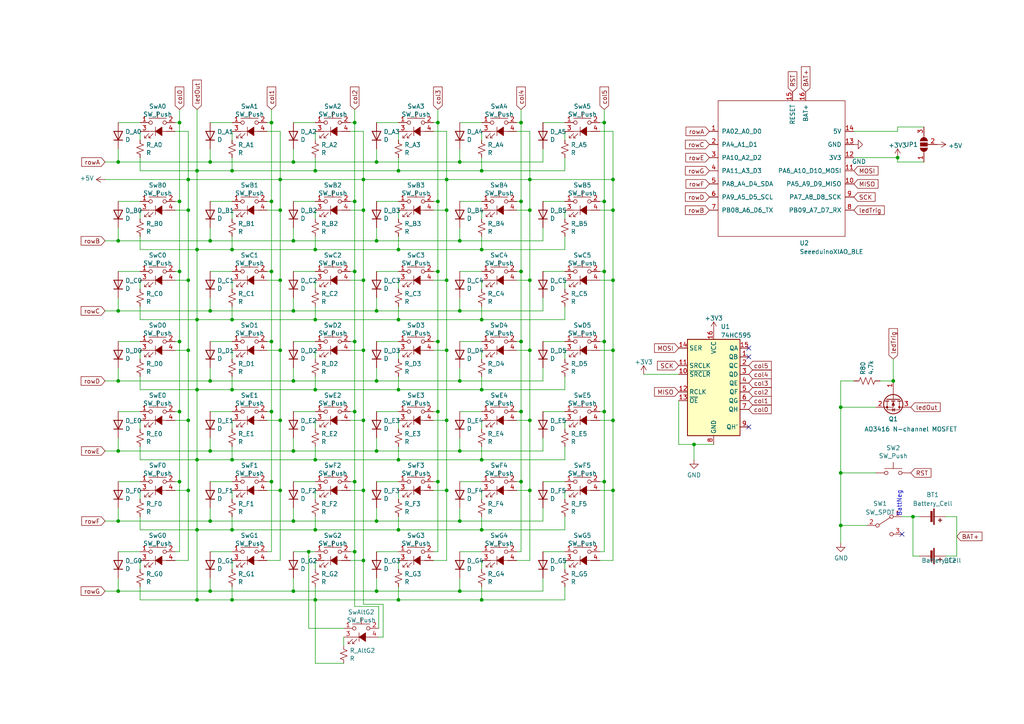
<source format=kicad_sch>
(kicad_sch (version 20211123) (generator eeschema)
  (paper "A4")
  (title_block (title "rev41lp") (date "2021-04-01") (rev "0.2") (company "B_sides"))
  (junction (at 105.41 60.96))
  (junction (at 102.87 58.42))
  (junction (at 57.15 113.03))
  (junction (at 57.15 133.35))
  (junction (at 78.74 78.74))
  (junction (at 67.31 113.03))
  (junction (at 133.35 151.13))
  (junction (at 175.26 139.7))
  (junction (at 243.84 118.11))
  (junction (at 67.31 133.35))
  (junction (at 260.35 45.72))
  (junction (at 109.22 46.99))
  (junction (at 54.61 81.28))
  (junction (at 54.61 52.07))
  (junction (at 105.41 81.28))
  (junction (at 57.15 49.53))
  (junction (at 102.87 99.06))
  (junction (at 81.28 101.6))
  (junction (at 34.29 151.13))
  (junction (at 127 35.56))
  (junction (at 115.57 113.03))
  (junction (at 102.87 78.74))
  (junction (at 177.8 121.92))
  (junction (at 91.44 113.03))
  (junction (at 129.54 142.24))
  (junction (at 115.57 153.67))
  (junction (at 67.31 153.67))
  (junction (at 60.96 46.99))
  (junction (at 57.15 72.39))
  (junction (at 85.09 46.99))
  (junction (at 52.07 58.42))
  (junction (at 34.29 90.17))
  (junction (at 243.84 137.16))
  (junction (at 78.74 139.7))
  (junction (at 60.96 110.49))
  (junction (at 85.09 151.13))
  (junction (at 91.44 49.53))
  (junction (at 139.7 153.67))
  (junction (at 67.31 49.53))
  (junction (at 81.28 142.24))
  (junction (at 151.13 35.56))
  (junction (at 127 139.7))
  (junction (at 102.87 119.38))
  (junction (at 34.29 110.49))
  (junction (at 127 99.06))
  (junction (at 78.74 35.56))
  (junction (at 133.35 171.45))
  (junction (at 102.87 35.56))
  (junction (at 264.795 149.86))
  (junction (at 57.15 173.99))
  (junction (at 153.67 101.6))
  (junction (at 151.13 99.06))
  (junction (at 67.31 72.39))
  (junction (at 85.09 110.49))
  (junction (at 85.09 130.81))
  (junction (at 78.74 99.06))
  (junction (at 109.22 130.81))
  (junction (at 102.87 139.7))
  (junction (at 115.57 49.53))
  (junction (at 127 119.38))
  (junction (at 153.67 60.96))
  (junction (at 109.22 110.49))
  (junction (at 133.35 69.85))
  (junction (at 139.7 133.35))
  (junction (at 243.84 152.4))
  (junction (at 115.57 133.35))
  (junction (at 60.96 171.45))
  (junction (at 139.7 92.71))
  (junction (at 177.8 52.07))
  (junction (at 153.67 142.24))
  (junction (at 91.44 92.71))
  (junction (at 139.7 49.53))
  (junction (at 177.8 101.6))
  (junction (at 127 78.74))
  (junction (at 153.67 121.92))
  (junction (at 52.07 119.38))
  (junction (at 91.44 133.35))
  (junction (at 60.96 69.85))
  (junction (at 133.35 46.99))
  (junction (at 115.57 92.71))
  (junction (at 175.26 78.74))
  (junction (at 102.87 160.02))
  (junction (at 34.29 171.45))
  (junction (at 259.08 110.49))
  (junction (at 133.35 110.49))
  (junction (at 57.15 153.67))
  (junction (at 52.07 35.56))
  (junction (at 85.09 90.17))
  (junction (at 60.96 90.17))
  (junction (at 81.28 81.28))
  (junction (at 78.74 58.42))
  (junction (at 105.41 142.24))
  (junction (at 60.96 130.81))
  (junction (at 54.61 142.24))
  (junction (at 129.54 52.07))
  (junction (at 139.7 173.99))
  (junction (at 54.61 121.92))
  (junction (at 54.61 101.6))
  (junction (at 115.57 72.39))
  (junction (at 81.28 52.07))
  (junction (at 201.295 128.905))
  (junction (at 133.35 90.17))
  (junction (at 175.26 35.56))
  (junction (at 129.54 81.28))
  (junction (at 175.26 58.42))
  (junction (at 78.74 119.38))
  (junction (at 177.8 60.96))
  (junction (at 57.15 92.71))
  (junction (at 91.44 72.39))
  (junction (at 109.22 171.45))
  (junction (at 85.09 69.85))
  (junction (at 105.41 162.56))
  (junction (at 54.61 60.96))
  (junction (at 34.29 46.99))
  (junction (at 127 58.42))
  (junction (at 129.54 101.6))
  (junction (at 67.31 92.71))
  (junction (at 151.13 78.74))
  (junction (at 129.54 121.92))
  (junction (at 34.29 69.85))
  (junction (at 109.22 69.85))
  (junction (at 151.13 139.7))
  (junction (at 91.44 173.99))
  (junction (at 105.41 52.07))
  (junction (at 153.67 81.28))
  (junction (at 129.54 60.96))
  (junction (at 60.96 151.13))
  (junction (at 177.8 81.28))
  (junction (at 139.7 113.03))
  (junction (at 153.67 52.07))
  (junction (at 81.28 60.96))
  (junction (at 52.07 78.74))
  (junction (at 34.29 130.81))
  (junction (at 139.7 72.39))
  (junction (at 175.26 99.06))
  (junction (at 67.31 173.99))
  (junction (at 91.44 153.67))
  (junction (at 105.41 121.92))
  (junction (at 52.07 139.7))
  (junction (at 81.28 121.92))
  (junction (at 115.57 173.99))
  (junction (at 177.8 142.24))
  (junction (at 133.35 130.81))
  (junction (at 151.13 58.42))
  (junction (at 151.13 119.38))
  (junction (at 109.22 90.17))
  (junction (at 105.41 101.6))
  (junction (at 52.07 99.06))
  (junction (at 109.22 151.13))
  (junction (at 175.26 119.38))
  (junction (at 85.09 171.45))
  (junction (at 89.535 160.02))
  (no_connect (at 217.17 103.505))
  (no_connect (at 261.62 154.94))
  (no_connect (at 217.17 123.825))
  (no_connect (at 217.17 100.965))
  (wire (pts (xy 125.73 38.1) (xy 129.54 38.1)))
  (wire (pts (xy 105.41 175.26) (xy 111.125 175.26)))
  (wire (pts (xy 40.64 78.74) (xy 34.29 78.74)))
  (wire (pts (xy 175.26 78.74) (xy 173.99 78.74)))
  (wire (pts (xy 78.74 58.42) (xy 78.74 78.74)))
  (wire (pts (xy 85.09 43.18) (xy 85.09 46.99)))
  (wire (pts (xy 151.13 160.02) (xy 149.86 160.02)))
  (wire (pts (xy 85.09 106.68) (xy 85.09 110.49)))
  (wire (pts (xy 40.64 170.18) (xy 40.64 173.99)))
  (wire (pts (xy 153.67 38.1) (xy 153.67 52.07)))
  (wire (pts (xy 67.31 142.24) (xy 67.31 144.78)))
  (wire (pts (xy 105.41 52.07) (xy 105.41 60.96)))
  (wire (pts (xy 67.31 119.38) (xy 60.96 119.38)))
  (wire (pts (xy 177.8 162.56) (xy 173.99 162.56)))
  (wire (pts (xy 102.87 58.42) (xy 102.87 78.74)))
  (wire (pts (xy 163.83 162.56) (xy 163.83 165.1)))
  (wire (pts (xy 267.97 36.83) (xy 260.35 36.83)))
  (wire (pts (xy 163.83 38.1) (xy 163.83 40.64)))
  (wire (pts (xy 109.22 171.45) (xy 85.09 171.45)))
  (wire (pts (xy 34.29 127) (xy 34.29 130.81)))
  (wire (pts (xy 109.22 127) (xy 109.22 130.81)))
  (wire (pts (xy 153.67 81.28) (xy 153.67 101.6)))
  (wire (pts (xy 67.31 78.74) (xy 60.96 78.74)))
  (wire (pts (xy 57.15 72.39) (xy 57.15 92.71)))
  (wire (pts (xy 40.64 119.38) (xy 34.29 119.38)))
  (wire (pts (xy 67.31 72.39) (xy 57.15 72.39)))
  (wire (pts (xy 40.64 38.1) (xy 40.64 40.64)))
  (wire (pts (xy 163.83 81.28) (xy 163.83 83.82)))
  (wire (pts (xy 67.31 60.96) (xy 67.31 63.5)))
  (wire (pts (xy 67.31 99.06) (xy 60.96 99.06)))
  (wire (pts (xy 163.83 170.18) (xy 163.83 173.99)))
  (wire (pts (xy 101.6 38.1) (xy 105.41 38.1)))
  (wire (pts (xy 109.22 130.81) (xy 85.09 130.81)))
  (wire (pts (xy 129.54 101.6) (xy 129.54 121.92)))
  (wire (pts (xy 177.8 81.28) (xy 177.8 101.6)))
  (wire (pts (xy 157.48 147.32) (xy 157.48 151.13)))
  (wire (pts (xy 157.48 90.17) (xy 133.35 90.17)))
  (wire (pts (xy 60.96 66.04) (xy 60.96 69.85)))
  (wire (pts (xy 149.86 142.24) (xy 153.67 142.24)))
  (wire (pts (xy 91.44 101.6) (xy 91.44 104.14)))
  (wire (pts (xy 67.31 88.9) (xy 67.31 92.71)))
  (wire (pts (xy 81.28 52.07) (xy 81.28 60.96)))
  (wire (pts (xy 163.83 173.99) (xy 139.7 173.99)))
  (wire (pts (xy 254 137.16) (xy 243.84 137.16)))
  (wire (pts (xy 102.87 119.38) (xy 102.87 139.7)))
  (wire (pts (xy 177.8 142.24) (xy 177.8 162.56)))
  (wire (pts (xy 52.07 78.74) (xy 50.8 78.74)))
  (wire (pts (xy 157.48 110.49) (xy 133.35 110.49)))
  (wire (pts (xy 129.54 52.07) (xy 129.54 60.96)))
  (wire (pts (xy 115.57 170.18) (xy 115.57 173.99)))
  (wire (pts (xy 177.8 60.96) (xy 177.8 81.28)))
  (wire (pts (xy 163.83 119.38) (xy 157.48 119.38)))
  (wire (pts (xy 57.15 31.75) (xy 57.15 49.53)))
  (wire (pts (xy 115.57 78.74) (xy 109.22 78.74)))
  (wire (pts (xy 127 139.7) (xy 125.73 139.7)))
  (wire (pts (xy 52.07 78.74) (xy 52.07 99.06)))
  (wire (pts (xy 153.67 52.07) (xy 177.8 52.07)))
  (wire (pts (xy 260.35 46.99) (xy 260.35 45.72)))
  (wire (pts (xy 173.99 38.1) (xy 177.8 38.1)))
  (wire (pts (xy 78.74 58.42) (xy 77.47 58.42)))
  (wire (pts (xy 91.44 153.67) (xy 67.31 153.67)))
  (wire (pts (xy 125.73 81.28) (xy 129.54 81.28)))
  (wire (pts (xy 133.35 106.68) (xy 133.35 110.49)))
  (wire (pts (xy 77.47 38.1) (xy 81.28 38.1)))
  (wire (pts (xy 133.35 110.49) (xy 109.22 110.49)))
  (wire (pts (xy 52.07 160.02) (xy 50.8 160.02)))
  (wire (pts (xy 52.07 119.38) (xy 52.07 139.7)))
  (wire (pts (xy 139.7 170.18) (xy 139.7 173.99)))
  (wire (pts (xy 78.74 78.74) (xy 77.47 78.74)))
  (wire (pts (xy 40.64 139.7) (xy 34.29 139.7)))
  (wire (pts (xy 157.48 151.13) (xy 133.35 151.13)))
  (wire (pts (xy 50.8 38.1) (xy 54.61 38.1)))
  (wire (pts (xy 139.7 68.58) (xy 139.7 72.39)))
  (wire (pts (xy 67.31 129.54) (xy 67.31 133.35)))
  (wire (pts (xy 50.8 162.56) (xy 54.61 162.56)))
  (wire (pts (xy 34.29 130.81) (xy 30.48 130.81)))
  (wire (pts (xy 52.07 99.06) (xy 52.07 119.38)))
  (wire (pts (xy 139.7 49.53) (xy 115.57 49.53)))
  (wire (pts (xy 54.61 52.07) (xy 81.28 52.07)))
  (wire (pts (xy 173.99 81.28) (xy 177.8 81.28)))
  (wire (pts (xy 40.64 45.72) (xy 40.64 49.53)))
  (wire (pts (xy 127 119.38) (xy 127 139.7)))
  (wire (pts (xy 163.83 49.53) (xy 139.7 49.53)))
  (wire (pts (xy 60.96 86.36) (xy 60.96 90.17)))
  (wire (pts (xy 40.64 101.6) (xy 40.64 104.14)))
  (wire (pts (xy 109.22 86.36) (xy 109.22 90.17)))
  (wire (pts (xy 78.74 139.7) (xy 78.74 160.02)))
  (wire (pts (xy 89.535 160.02) (xy 85.09 160.02)))
  (wire (pts (xy 57.15 133.35) (xy 57.15 153.67)))
  (wire (pts (xy 34.29 69.85) (xy 30.48 69.85)))
  (wire (pts (xy 149.86 101.6) (xy 153.67 101.6)))
  (wire (pts (xy 57.15 49.53) (xy 67.31 49.53)))
  (wire (pts (xy 115.57 49.53) (xy 91.44 49.53)))
  (wire (pts (xy 109.22 66.04) (xy 109.22 69.85)))
  (wire (pts (xy 57.15 49.53) (xy 57.15 72.39)))
  (wire (pts (xy 91.44 173.99) (xy 115.57 173.99)))
  (wire (pts (xy 57.15 173.99) (xy 67.31 173.99)))
  (wire (pts (xy 196.85 116.205) (xy 196.85 128.905)))
  (wire (pts (xy 101.6 60.96) (xy 105.41 60.96)))
  (wire (pts (xy 115.57 119.38) (xy 109.22 119.38)))
  (wire (pts (xy 67.31 58.42) (xy 60.96 58.42)))
  (wire (pts (xy 40.64 121.92) (xy 40.64 124.46)))
  (wire (pts (xy 163.83 139.7) (xy 157.48 139.7)))
  (wire (pts (xy 102.87 78.74) (xy 102.87 99.06)))
  (wire (pts (xy 175.26 35.56) (xy 175.26 58.42)))
  (wire (pts (xy 151.13 78.74) (xy 151.13 99.06)))
  (wire (pts (xy 91.44 162.56) (xy 91.44 165.1)))
  (wire (pts (xy 115.57 99.06) (xy 109.22 99.06)))
  (wire (pts (xy 177.8 101.6) (xy 177.8 121.92)))
  (wire (pts (xy 127 99.06) (xy 127 119.38)))
  (wire (pts (xy 115.57 45.72) (xy 115.57 49.53)))
  (wire (pts (xy 78.74 35.56) (xy 78.74 58.42)))
  (wire (pts (xy 91.44 121.92) (xy 91.44 124.46)))
  (wire (pts (xy 243.84 137.16) (xy 243.84 152.4)))
  (wire (pts (xy 151.13 139.7) (xy 151.13 160.02)))
  (wire (pts (xy 78.74 31.75) (xy 78.74 35.56)))
  (wire (pts (xy 102.87 160.02) (xy 101.6 160.02)))
  (wire (pts (xy 243.84 110.49) (xy 243.84 118.11)))
  (wire (pts (xy 91.44 113.03) (xy 67.31 113.03)))
  (wire (pts (xy 40.64 133.35) (xy 57.15 133.35)))
  (wire (pts (xy 91.44 192.405) (xy 99.695 192.405)))
  (wire (pts (xy 175.26 78.74) (xy 175.26 99.06)))
  (wire (pts (xy 67.31 92.71) (xy 57.15 92.71)))
  (wire (pts (xy 133.35 90.17) (xy 109.22 90.17)))
  (wire (pts (xy 77.47 81.28) (xy 81.28 81.28)))
  (wire (pts (xy 67.31 38.1) (xy 67.31 40.64)))
  (wire (pts (xy 99.695 184.785) (xy 99.695 187.325)))
  (wire (pts (xy 139.7 72.39) (xy 115.57 72.39)))
  (wire (pts (xy 149.86 38.1) (xy 153.67 38.1)))
  (wire (pts (xy 57.15 133.35) (xy 67.31 133.35)))
  (wire (pts (xy 163.83 60.96) (xy 163.83 63.5)))
  (wire (pts (xy 105.41 142.24) (xy 105.41 162.56)))
  (wire (pts (xy 133.35 66.04) (xy 133.35 69.85)))
  (wire (pts (xy 196.85 128.905) (xy 201.295 128.905)))
  (wire (pts (xy 115.57 81.28) (xy 115.57 83.82)))
  (wire (pts (xy 67.31 121.92) (xy 67.31 124.46)))
  (wire (pts (xy 101.6 81.28) (xy 105.41 81.28)))
  (wire (pts (xy 40.64 81.28) (xy 40.64 83.82)))
  (wire (pts (xy 60.96 127) (xy 60.96 130.81)))
  (wire (pts (xy 52.07 99.06) (xy 50.8 99.06)))
  (wire (pts (xy 139.7 129.54) (xy 139.7 133.35)))
  (wire (pts (xy 101.6 142.24) (xy 105.41 142.24)))
  (wire (pts (xy 67.31 170.18) (xy 67.31 173.99)))
  (wire (pts (xy 54.61 52.07) (xy 54.61 60.96)))
  (wire (pts (xy 67.31 113.03) (xy 57.15 113.03)))
  (wire (pts (xy 109.22 110.49) (xy 85.09 110.49)))
  (wire (pts (xy 115.57 58.42) (xy 109.22 58.42)))
  (wire (pts (xy 78.74 99.06) (xy 78.74 119.38)))
  (wire (pts (xy 151.13 58.42) (xy 151.13 78.74)))
  (wire (pts (xy 115.57 72.39) (xy 91.44 72.39)))
  (wire (pts (xy 77.47 101.6) (xy 81.28 101.6)))
  (wire (pts (xy 101.6 162.56) (xy 105.41 162.56)))
  (wire (pts (xy 34.29 106.68) (xy 34.29 110.49)))
  (wire (pts (xy 133.35 86.36) (xy 133.35 90.17)))
  (wire (pts (xy 52.07 119.38) (xy 50.8 119.38)))
  (wire (pts (xy 139.7 99.06) (xy 133.35 99.06)))
  (wire (pts (xy 40.64 173.99) (xy 57.15 173.99)))
  (wire (pts (xy 153.67 142.24) (xy 153.67 162.56)))
  (wire (pts (xy 34.29 151.13) (xy 30.48 151.13)))
  (wire (pts (xy 54.61 38.1) (xy 54.61 52.07)))
  (wire (pts (xy 163.83 88.9) (xy 163.83 92.71)))
  (wire (pts (xy 127 58.42) (xy 127 78.74)))
  (wire (pts (xy 157.48 171.45) (xy 133.35 171.45)))
  (wire (pts (xy 34.29 66.04) (xy 34.29 69.85)))
  (wire (pts (xy 81.28 81.28) (xy 81.28 101.6)))
  (wire (pts (xy 177.8 52.07) (xy 177.8 60.96)))
  (wire (pts (xy 125.73 101.6) (xy 129.54 101.6)))
  (wire (pts (xy 40.64 58.42) (xy 34.29 58.42)))
  (wire (pts (xy 127 119.38) (xy 125.73 119.38)))
  (wire (pts (xy 109.855 175.895) (xy 109.855 182.245)))
  (wire (pts (xy 115.57 113.03) (xy 91.44 113.03)))
  (wire (pts (xy 57.15 92.71) (xy 57.15 113.03)))
  (wire (pts (xy 78.74 78.74) (xy 78.74 99.06)))
  (wire (pts (xy 60.96 106.68) (xy 60.96 110.49)))
  (wire (pts (xy 91.44 173.99) (xy 91.44 192.405)))
  (wire (pts (xy 264.795 149.86) (xy 264.795 161.29)))
  (wire (pts (xy 81.28 101.6) (xy 81.28 121.92)))
  (wire (pts (xy 139.7 38.1) (xy 139.7 40.64)))
  (wire (pts (xy 115.57 149.86) (xy 115.57 153.67)))
  (wire (pts (xy 264.795 161.29) (xy 266.7 161.29)))
  (wire (pts (xy 40.64 99.06) (xy 34.29 99.06)))
  (wire (pts (xy 151.13 119.38) (xy 151.13 139.7)))
  (wire (pts (xy 60.96 151.13) (xy 34.29 151.13)))
  (wire (pts (xy 91.44 78.74) (xy 85.09 78.74)))
  (wire (pts (xy 50.8 101.6) (xy 54.61 101.6)))
  (wire (pts (xy 139.7 88.9) (xy 139.7 92.71)))
  (wire (pts (xy 91.44 88.9) (xy 91.44 92.71)))
  (wire (pts (xy 153.67 52.07) (xy 153.67 60.96)))
  (wire (pts (xy 102.87 31.75) (xy 102.87 35.56)))
  (wire (pts (xy 102.87 160.02) (xy 102.87 175.895)))
  (wire (pts (xy 102.87 78.74) (xy 101.6 78.74)))
  (wire (pts (xy 102.87 99.06) (xy 101.6 99.06)))
  (wire (pts (xy 34.29 147.32) (xy 34.29 151.13)))
  (wire (pts (xy 247.65 110.49) (xy 243.84 110.49)))
  (wire (pts (xy 129.54 142.24) (xy 129.54 162.56)))
  (wire (pts (xy 50.8 81.28) (xy 54.61 81.28)))
  (wire (pts (xy 102.87 175.895) (xy 109.855 175.895)))
  (wire (pts (xy 67.31 160.02) (xy 60.96 160.02)))
  (wire (pts (xy 139.7 113.03) (xy 115.57 113.03)))
  (wire (pts (xy 175.26 31.75) (xy 175.26 35.56)))
  (wire (pts (xy 151.13 58.42) (xy 149.86 58.42)))
  (wire (pts (xy 243.84 118.11) (xy 243.84 137.16)))
  (wire (pts (xy 133.35 147.32) (xy 133.35 151.13)))
  (wire (pts (xy 175.26 58.42) (xy 173.99 58.42)))
  (wire (pts (xy 91.44 99.06) (xy 85.09 99.06)))
  (wire (pts (xy 91.44 139.7) (xy 85.09 139.7)))
  (wire (pts (xy 91.44 38.1) (xy 91.44 40.64)))
  (wire (pts (xy 85.09 147.32) (xy 85.09 151.13)))
  (wire (pts (xy 149.86 121.92) (xy 153.67 121.92)))
  (wire (pts (xy 125.73 121.92) (xy 129.54 121.92)))
  (wire (pts (xy 34.29 86.36) (xy 34.29 90.17)))
  (wire (pts (xy 151.13 119.38) (xy 149.86 119.38)))
  (wire (pts (xy 78.74 35.56) (xy 77.47 35.56)))
  (wire (pts (xy 115.57 92.71) (xy 91.44 92.71)))
  (wire (pts (xy 67.31 101.6) (xy 67.31 104.14)))
  (wire (pts (xy 139.7 35.56) (xy 133.35 35.56)))
  (wire (pts (xy 40.64 35.56) (xy 34.29 35.56)))
  (wire (pts (xy 89.535 182.245) (xy 89.535 160.02)))
  (wire (pts (xy 57.15 153.67) (xy 57.15 173.99)))
  (wire (pts (xy 139.7 162.56) (xy 139.7 165.1)))
  (wire (pts (xy 77.47 60.96) (xy 81.28 60.96)))
  (wire (pts (xy 163.83 45.72) (xy 163.83 49.53)))
  (wire (pts (xy 115.57 139.7) (xy 109.22 139.7)))
  (wire (pts (xy 60.96 90.17) (xy 34.29 90.17)))
  (wire (pts (xy 175.26 139.7) (xy 173.99 139.7)))
  (wire (pts (xy 52.07 58.42) (xy 52.07 78.74)))
  (wire (pts (xy 139.7 119.38) (xy 133.35 119.38)))
  (wire (pts (xy 40.64 160.02) (xy 34.29 160.02)))
  (wire (pts (xy 163.83 68.58) (xy 163.83 72.39)))
  (wire (pts (xy 91.44 72.39) (xy 67.31 72.39)))
  (wire (pts (xy 91.44 170.18) (xy 91.44 173.99)))
  (wire (pts (xy 163.83 58.42) (xy 157.48 58.42)))
  (wire (pts (xy 151.13 78.74) (xy 149.86 78.74)))
  (wire (pts (xy 91.44 58.42) (xy 85.09 58.42)))
  (wire (pts (xy 139.7 149.86) (xy 139.7 153.67)))
  (wire (pts (xy 52.07 139.7) (xy 50.8 139.7)))
  (wire (pts (xy 57.15 72.39) (xy 40.64 72.39)))
  (wire (pts (xy 34.29 90.17) (xy 30.48 90.17)))
  (wire (pts (xy 67.31 162.56) (xy 67.31 165.1)))
  (wire (pts (xy 163.83 133.35) (xy 139.7 133.35)))
  (wire (pts (xy 139.7 153.67) (xy 115.57 153.67)))
  (wire (pts (xy 77.47 121.92) (xy 81.28 121.92)))
  (wire (pts (xy 207.01 128.905) (xy 201.295 128.905)))
  (wire (pts (xy 139.7 139.7) (xy 133.35 139.7)))
  (wire (pts (xy 129.54 60.96) (xy 129.54 81.28)))
  (wire (pts (xy 34.29 167.64) (xy 34.29 171.45)))
  (wire (pts (xy 50.8 60.96) (xy 54.61 60.96)))
  (wire (pts (xy 153.67 101.6) (xy 153.67 121.92)))
  (wire (pts (xy 85.09 90.17) (xy 60.96 90.17)))
  (wire (pts (xy 91.44 109.22) (xy 91.44 113.03)))
  (wire (pts (xy 85.09 127) (xy 85.09 130.81)))
  (wire (pts (xy 85.09 86.36) (xy 85.09 90.17)))
  (wire (pts (xy 91.44 119.38) (xy 85.09 119.38)))
  (wire (pts (xy 125.73 142.24) (xy 129.54 142.24)))
  (wire (pts (xy 52.07 35.56) (xy 50.8 35.56)))
  (wire (pts (xy 78.74 160.02) (xy 77.47 160.02)))
  (wire (pts (xy 175.26 99.06) (xy 175.26 119.38)))
  (wire (pts (xy 115.57 109.22) (xy 115.57 113.03)))
  (wire (pts (xy 85.09 167.64) (xy 85.09 171.45)))
  (wire (pts (xy 40.64 153.67) (xy 57.15 153.67)))
  (wire (pts (xy 153.67 60.96) (xy 153.67 81.28)))
  (wire (pts (xy 127 78.74) (xy 127 99.06)))
  (wire (pts (xy 177.8 121.92) (xy 177.8 142.24)))
  (wire (pts (xy 149.86 162.56) (xy 153.67 162.56)))
  (wire (pts (xy 255.27 110.49) (xy 259.08 110.49)))
  (wire (pts (xy 67.31 149.86) (xy 67.31 153.67)))
  (wire (pts (xy 52.07 31.75) (xy 52.07 35.56)))
  (wire (pts (xy 163.83 92.71) (xy 139.7 92.71)))
  (wire (pts (xy 102.87 119.38) (xy 101.6 119.38)))
  (wire (pts (xy 91.44 149.86) (xy 91.44 153.67)))
  (wire (pts (xy 85.09 151.13) (xy 60.96 151.13)))
  (wire (pts (xy 264.795 149.86) (xy 266.7 149.86)))
  (wire (pts (xy 105.41 60.96) (xy 105.41 81.28)))
  (wire (pts (xy 101.6 121.92) (xy 105.41 121.92)))
  (wire (pts (xy 109.22 106.68) (xy 109.22 110.49)))
  (wire (pts (xy 153.67 121.92) (xy 153.67 142.24)))
  (wire (pts (xy 60.96 130.81) (xy 34.29 130.81)))
  (wire (pts (xy 52.07 139.7) (xy 52.07 160.02)))
  (wire (pts (xy 40.64 60.96) (xy 40.64 63.5)))
  (wire (pts (xy 260.35 36.83) (xy 260.35 38.1)))
  (wire (pts (xy 57.15 113.03) (xy 40.64 113.03)))
  (wire (pts (xy 196.85 108.585) (xy 186.69 108.585)))
  (wire (pts (xy 105.41 52.07) (xy 129.54 52.07)))
  (wire (pts (xy 151.13 31.75) (xy 151.13 35.56)))
  (wire (pts (xy 91.44 160.02) (xy 89.535 160.02)))
  (wire (pts (xy 81.28 52.07) (xy 105.41 52.07)))
  (wire (pts (xy 105.41 101.6) (xy 105.41 121.92)))
  (wire (pts (xy 67.31 68.58) (xy 67.31 72.39)))
  (wire (pts (xy 52.07 35.56) (xy 52.07 58.42)))
  (wire (pts (xy 115.57 88.9) (xy 115.57 92.71)))
  (wire (pts (xy 54.61 60.96) (xy 54.61 81.28)))
  (wire (pts (xy 40.64 142.24) (xy 40.64 144.78)))
  (wire (pts (xy 78.74 139.7) (xy 77.47 139.7)))
  (wire (pts (xy 85.09 66.04) (xy 85.09 69.85)))
  (wire (pts (xy 175.26 35.56) (xy 173.99 35.56)))
  (wire (pts (xy 115.57 133.35) (xy 91.44 133.35)))
  (wire (pts (xy 139.7 45.72) (xy 139.7 49.53)))
  (wire (pts (xy 78.74 99.06) (xy 77.47 99.06)))
  (wire (pts (xy 115.57 142.24) (xy 115.57 144.78)))
  (wire (pts (xy 163.83 78.74) (xy 157.48 78.74)))
  (wire (pts (xy 163.83 72.39) (xy 139.7 72.39)))
  (wire (pts (xy 163.83 113.03) (xy 139.7 113.03)))
  (wire (pts (xy 157.48 66.04) (xy 157.48 69.85)))
  (wire (pts (xy 81.28 60.96) (xy 81.28 81.28)))
  (wire (pts (xy 129.54 52.07) (xy 153.67 52.07)))
  (wire (pts (xy 139.7 160.02) (xy 133.35 160.02)))
  (wire (pts (xy 163.83 101.6) (xy 163.83 104.14)))
  (wire (pts (xy 274.32 161.29) (xy 277.495 161.29)))
  (wire (pts (xy 81.28 38.1) (xy 81.28 52.07)))
  (wire (pts (xy 91.44 173.99) (xy 67.31 173.99)))
  (wire (pts (xy 157.48 43.18) (xy 157.48 46.99)))
  (wire (pts (xy 34.29 171.45) (xy 30.48 171.45)))
  (wire (pts (xy 60.96 171.45) (xy 34.29 171.45)))
  (wire (pts (xy 175.26 139.7) (xy 175.26 160.02)))
  (wire (pts (xy 139.7 58.42) (xy 133.35 58.42)))
  (wire (pts (xy 40.64 129.54) (xy 40.64 133.35)))
  (wire (pts (xy 139.7 92.71) (xy 115.57 92.71)))
  (wire (pts (xy 129.54 81.28) (xy 129.54 101.6)))
  (wire (pts (xy 177.8 38.1) (xy 177.8 52.07)))
  (wire (pts (xy 102.87 35.56) (xy 101.6 35.56)))
  (wire (pts (xy 163.83 35.56) (xy 157.48 35.56)))
  (wire (pts (xy 60.96 147.32) (xy 60.96 151.13)))
  (wire (pts (xy 125.73 162.56) (xy 129.54 162.56)))
  (wire (pts (xy 175.26 99.06) (xy 173.99 99.06)))
  (wire (pts (xy 151.13 139.7) (xy 149.86 139.7)))
  (wire (pts (xy 91.44 49.53) (xy 67.31 49.53)))
  (wire (pts (xy 40.64 68.58) (xy 40.64 72.39)))
  (wire (pts (xy 115.57 129.54) (xy 115.57 133.35)))
  (wire (pts (xy 105.41 38.1) (xy 105.41 52.07)))
  (wire (pts (xy 109.22 90.17) (xy 85.09 90.17)))
  (wire (pts (xy 67.31 45.72) (xy 67.31 49.53)))
  (wire (pts (xy 151.13 99.06) (xy 149.86 99.06)))
  (wire (pts (xy 101.6 101.6) (xy 105.41 101.6)))
  (wire (pts (xy 163.83 129.54) (xy 163.83 133.35)))
  (wire (pts (xy 34.29 110.49) (xy 30.48 110.49)))
  (wire (pts (xy 127 78.74) (xy 125.73 78.74)))
  (wire (pts (xy 115.57 60.96) (xy 115.57 63.5)))
  (wire (pts (xy 133.35 130.81) (xy 109.22 130.81)))
  (wire (pts (xy 149.86 60.96) (xy 153.67 60.96)))
  (wire (pts (xy 34.29 46.99) (xy 30.48 46.99)))
  (wire (pts (xy 52.07 58.42) (xy 50.8 58.42)))
  (wire (pts (xy 85.09 46.99) (xy 60.96 46.99)))
  (wire (pts (xy 175.26 119.38) (xy 173.99 119.38)))
  (wire (pts (xy 81.28 121.92) (xy 81.28 142.24)))
  (wire (pts (xy 139.7 60.96) (xy 139.7 63.5)))
  (wire (pts (xy 40.64 149.86) (xy 40.64 153.67)))
  (wire (pts (xy 54.61 121.92) (xy 54.61 142.24)))
  (wire (pts (xy 109.22 167.64) (xy 109.22 171.45)))
  (wire (pts (xy 109.22 69.85) (xy 85.09 69.85)))
  (wire (pts (xy 111.125 175.26) (xy 111.125 184.785)))
  (wire (pts (xy 254 118.11) (xy 243.84 118.11)))
  (wire (pts (xy 157.48 86.36) (xy 157.48 90.17)))
  (wire (pts (xy 60.96 110.49) (xy 34.29 110.49)))
  (wire (pts (xy 91.44 35.56) (xy 85.09 35.56)))
  (wire (pts (xy 102.87 35.56) (xy 102.87 58.42)))
  (wire (pts (xy 67.31 109.22) (xy 67.31 113.03)))
  (wire (pts (xy 133.35 46.99) (xy 109.22 46.99)))
  (wire (pts (xy 109.22 151.13) (xy 85.09 151.13)))
  (wire (pts (xy 139.7 78.74) (xy 133.35 78.74)))
  (wire (pts (xy 85.09 110.49) (xy 60.96 110.49)))
  (wire (pts (xy 102.87 99.06) (xy 102.87 119.38)))
  (wire (pts (xy 127 58.42) (xy 125.73 58.42)))
  (wire (pts (xy 54.61 81.28) (xy 54.61 101.6)))
  (wire (pts (xy 163.83 142.24) (xy 163.83 144.78)))
  (wire (pts (xy 40.64 88.9) (xy 40.64 92.71)))
  (wire (pts (xy 40.64 109.22) (xy 40.64 113.03)))
  (wire (pts (xy 109.22 46.99) (xy 85.09 46.99)))
  (wire (pts (xy 40.64 162.56) (xy 40.64 165.1)))
  (wire (pts (xy 60.96 171.45) (xy 85.09 171.45)))
  (wire (pts (xy 151.13 99.06) (xy 151.13 119.38)))
  (wire (pts (xy 201.295 128.905) (xy 201.295 133.35)))
  (wire (pts (xy 127 35.56) (xy 127 58.42)))
  (wire (pts (xy 115.57 101.6) (xy 115.57 104.14)))
  (wire (pts (xy 133.35 69.85) (xy 109.22 69.85)))
  (wire (pts (xy 109.22 147.32) (xy 109.22 151.13)))
  (wire (pts (xy 105.41 121.92) (xy 105.41 142.24)))
  (wire (pts (xy 50.8 121.92) (xy 54.61 121.92)))
  (wire (pts (xy 133.35 127) (xy 133.35 130.81)))
  (wire (pts (xy 243.84 152.4) (xy 243.84 157.48)))
  (wire (pts (xy 163.83 99.06) (xy 157.48 99.06)))
  (wire (pts (xy 163.83 149.86) (xy 163.83 153.67)))
  (wire (pts (xy 151.13 35.56) (xy 149.86 35.56)))
  (wire (pts (xy 127 99.06) (xy 125.73 99.06)))
  (wire (pts (xy 91.44 60.96) (xy 91.44 63.5)))
  (wire (pts (xy 78.74 119.38) (xy 77.47 119.38)))
  (wire (pts (xy 115.57 38.1) (xy 115.57 40.64)))
  (wire (pts (xy 34.29 43.18) (xy 34.29 46.99)))
  (wire (pts (xy 129.54 38.1) (xy 129.54 52.07)))
  (wire (pts (xy 251.46 152.4) (xy 243.84 152.4)))
  (wire (pts (xy 267.97 46.99) (xy 260.35 46.99)))
  (wire (pts (xy 57.15 113.03) (xy 57.15 133.35)))
  (wire (pts (xy 139.7 81.28) (xy 139.7 83.82)))
  (wire (pts (xy 91.44 92.71) (xy 67.31 92.71)))
  (wire (pts (xy 60.96 46.99) (xy 34.29 46.99)))
  (wire (pts (xy 163.83 153.67) (xy 139.7 153.67)))
  (wire (pts (xy 54.61 142.24) (xy 54.61 162.56)))
  (wire (pts (xy 163.83 160.02) (xy 157.48 160.02)))
  (wire (pts (xy 57.15 153.67) (xy 67.31 153.67)))
  (wire (pts (xy 133.35 151.13) (xy 109.22 151.13)))
  (wire (pts (xy 67.31 139.7) (xy 60.96 139.7)))
  (wire (pts (xy 175.26 58.42) (xy 175.26 78.74)))
  (wire (pts (xy 151.13 35.56) (xy 151.13 58.42)))
  (wire (pts (xy 149.86 81.28) (xy 153.67 81.28)))
  (wire (pts (xy 127 139.7) (xy 127 160.02)))
  (wire (pts (xy 157.48 106.68) (xy 157.48 110.49)))
  (wire (pts (xy 67.31 35.56) (xy 60.96 35.56)))
  (wire (pts (xy 261.62 149.86) (xy 264.795 149.86)))
  (wire (pts (xy 133.35 167.64) (xy 133.35 171.45)))
  (wire (pts (xy 77.47 162.56) (xy 81.28 162.56)))
  (wire (pts (xy 102.87 139.7) (xy 101.6 139.7)))
  (wire (pts (xy 91.44 68.58) (xy 91.44 72.39)))
  (wire (pts (xy 175.26 160.02) (xy 173.99 160.02)))
  (wire (pts (xy 81.28 142.24) (xy 81.28 162.56)))
  (wire (pts (xy 139.7 121.92) (xy 139.7 124.46)))
  (wire (pts (xy 139.7 133.35) (xy 115.57 133.35)))
  (wire (pts (xy 77.47 142.24) (xy 81.28 142.24)))
  (wire (pts (xy 91.44 142.24) (xy 91.44 144.78)))
  (wire (pts (xy 115.57 68.58) (xy 115.57 72.39)))
  (wire (pts (xy 163.83 121.92) (xy 163.83 124.46)))
  (wire (pts (xy 163.83 109.22) (xy 163.83 113.03)))
  (wire (pts (xy 111.125 184.785) (xy 109.855 184.785)))
  (wire (pts (xy 173.99 101.6) (xy 177.8 101.6)))
  (wire (pts (xy 60.96 43.18) (xy 60.96 46.99)))
  (wire (pts (xy 127 31.75) (xy 127 35.56)))
  (wire (pts (xy 115.57 35.56) (xy 109.22 35.56)))
  (wire (pts (xy 91.44 81.28) (xy 91.44 83.82)))
  (wire (pts (xy 157.48 127) (xy 157.48 130.81)))
  (wire (pts (xy 50.8 142.24) (xy 54.61 142.24)))
  (wire (pts (xy 157.48 69.85) (xy 133.35 69.85)))
  (wire (pts (xy 247.65 38.1) (xy 260.35 38.1)))
  (wire (pts (xy 127 160.02) (xy 125.73 160.02)))
  (wire (pts (xy 129.54 121.92) (xy 129.54 142.24)))
  (wire (pts (xy 91.44 129.54) (xy 91.44 133.35)))
  (wire (pts (xy 102.87 139.7) (xy 102.87 160.02)))
  (wire (pts (xy 173.99 60.96) (xy 177.8 60.96)))
  (wire (pts (xy 133.35 43.18) (xy 133.35 46.99)))
  (wire (pts (xy 115.57 121.92) (xy 115.57 124.46)))
  (wire (pts (xy 67.31 81.28) (xy 67.31 83.82)))
  (wire (pts (xy 78.74 119.38) (xy 78.74 139.7)))
  (wire (pts (xy 139.7 109.22) (xy 139.7 113.03)))
  (wire (pts (xy 173.99 142.24) (xy 177.8 142.24)))
  (wire (pts (xy 139.7 142.24) (xy 139.7 144.78)))
  (wire (pts (xy 157.48 46.99) (xy 133.35 46.99)))
  (wire (pts (xy 115.57 160.02) (xy 109.22 160.02)))
  (wire (pts (xy 125.73 60.96) (xy 129.54 60.96)))
  (wire (pts (xy 175.26 119.38) (xy 175.26 139.7)))
  (wire (pts (xy 260.35 45.72) (xy 247.65 45.72)))
  (wire (pts (xy 139.7 101.6) (xy 139.7 104.14)))
  (wire (pts (xy 30.48 52.07) (xy 54.61 52.07)))
  (wire (pts (xy 115.57 162.56) (xy 115.57 165.1)))
  (wire (pts (xy 127 35.56) (xy 125.73 35.56)))
  (wire (pts (xy 91.44 45.72) (xy 91.44 49.53)))
  (wire (pts (xy 274.32 149.86) (xy 277.495 149.86)))
  (wire (pts (xy 277.495 149.86) (xy 277.495 161.29)))
  (wire (pts (xy 85.09 69.85) (xy 60.96 69.85)))
  (wire (pts (xy 259.08 104.14) (xy 259.08 110.49)))
  (wire (pts (xy 109.22 43.18) (xy 109.22 46.99)))
  (wire (pts (xy 85.09 130.81) (xy 60.96 130.81)))
  (wire (pts (xy 57.15 92.71) (xy 40.64 92.71)))
  (wire (pts (xy 105.41 162.56) (xy 105.41 175.26)))
  (wire (pts (xy 173.99 121.92) (xy 177.8 121.92)))
  (wire (pts (xy 157.48 167.64) (xy 157.48 171.45)))
  (wire (pts (xy 105.41 81.28) (xy 105.41 101.6)))
  (wire (pts (xy 139.7 173.99) (xy 115.57 173.99)))
  (wire (pts (xy 133.35 171.45) (xy 109.22 171.45)))
  (wire (pts (xy 157.48 130.81) (xy 133.35 130.81)))
  (wire (pts (xy 60.96 167.64) (xy 60.96 171.45)))
  (wire (pts (xy 115.57 153.67) (xy 91.44 153.67)))
  (wire (pts (xy 91.44 133.35) (xy 67.31 133.35)))
  (wire (pts (xy 54.61 101.6) (xy 54.61 121.92)))
  (wire (pts (xy 102.87 58.42) (xy 101.6 58.42)))
  (wire (pts (xy 99.695 182.245) (xy 89.535 182.245)))
  (wire (pts (xy 40.64 49.53) (xy 57.15 49.53)))
  (wire (pts (xy 60.96 69.85) (xy 34.29 69.85)))
  (text "BattNeg" (at 261.62 149.86 90) (effects (font (size 1.27 1.27)) (justify left bottom)))
  (global_label "BAT+" (shape input) (at 233.68 26.67 90) (property "Intersheet References" "${INTERSHEET_REFS}" (effects hide)))
  (global_label "col4" (shape input) (at 151.13 31.75 90) (property "Intersheet References" "${INTERSHEET_REFS}" (effects hide)))
  (global_label "rowD" (shape input) (at 205.74 57.15 180) (property "Intersheet References" "${INTERSHEET_REFS}" (effects hide)))
  (global_label "ledTrig" (shape input) (at 247.65 60.96 0) (property "Intersheet References" "${INTERSHEET_REFS}" (effects hide)))
  (global_label "rowC" (shape input) (at 205.74 41.91 180) (property "Intersheet References" "${INTERSHEET_REFS}" (effects hide)))
  (global_label "ledTrig" (shape input) (at 259.08 104.14 90) (property "Intersheet References" "${INTERSHEET_REFS}" (effects hide)))
  (global_label "rowA" (shape input) (at 205.74 38.1 180) (property "Intersheet References" "${INTERSHEET_REFS}" (effects hide)))
  (global_label "col1" (shape input) (at 78.74 31.75 90) (property "Intersheet References" "${INTERSHEET_REFS}" (effects hide)))
  (global_label "ledOut" (shape input) (at 57.15 31.75 90) (property "Intersheet References" "${INTERSHEET_REFS}" (effects hide)))
  (global_label "rowE" (shape input) (at 205.74 45.72 180) (property "Intersheet References" "${INTERSHEET_REFS}" (effects hide)))
  (global_label "RST" (shape input) (at 264.16 137.16 0) (property "Intersheet References" "${INTERSHEET_REFS}" (effects hide)))
  (global_label "rowF" (shape input) (at 30.48 151.13 180) (property "Intersheet References" "${INTERSHEET_REFS}" (effects hide)))
  (global_label "rowB" (shape input) (at 30.48 69.85 180) (property "Intersheet References" "${INTERSHEET_REFS}" (effects hide)))
  (global_label "col3" (shape input) (at 127 31.75 90) (property "Intersheet References" "${INTERSHEET_REFS}" (effects hide)))
  (global_label "col1" (shape input) (at 217.17 116.205 0) (property "Intersheet References" "${INTERSHEET_REFS}" (effects hide)))
  (global_label "col2" (shape input) (at 217.17 113.665 0) (property "Intersheet References" "${INTERSHEET_REFS}" (effects hide)))
  (global_label "BAT+" (shape input) (at 277.495 155.575 0) (property "Intersheet References" "${INTERSHEET_REFS}" (effects hide)))
  (global_label "col5" (shape input) (at 217.17 106.045 0) (property "Intersheet References" "${INTERSHEET_REFS}" (effects hide)))
  (global_label "col5" (shape input) (at 175.26 31.75 90) (property "Intersheet References" "${INTERSHEET_REFS}" (effects hide)))
  (global_label "rowC" (shape input) (at 30.48 90.17 180) (property "Intersheet References" "${INTERSHEET_REFS}" (effects hide)))
  (global_label "MISO" (shape input) (at 196.85 113.665 180) (property "Intersheet References" "${INTERSHEET_REFS}" (effects hide)))
  (global_label "rowE" (shape input) (at 30.48 130.81 180) (property "Intersheet References" "${INTERSHEET_REFS}" (effects hide)))
  (global_label "rowG" (shape input) (at 205.74 49.53 180) (property "Intersheet References" "${INTERSHEET_REFS}" (effects hide)))
  (global_label "col0" (shape input) (at 217.17 118.745 0) (property "Intersheet References" "${INTERSHEET_REFS}" (effects hide)))
  (global_label "MOSI" (shape input) (at 247.65 49.53 0) (property "Intersheet References" "${INTERSHEET_REFS}" (effects hide)))
  (global_label "MOSI" (shape input) (at 196.85 100.965 180) (property "Intersheet References" "${INTERSHEET_REFS}" (effects hide)))
  (global_label "SCK" (shape input) (at 196.85 106.045 180) (property "Intersheet References" "${INTERSHEET_REFS}" (effects hide)))
  (global_label "col3" (shape input) (at 217.17 111.125 0) (property "Intersheet References" "${INTERSHEET_REFS}" (effects hide)))
  (global_label "rowB" (shape input) (at 205.74 60.96 180) (property "Intersheet References" "${INTERSHEET_REFS}" (effects hide)))
  (global_label "rowG" (shape input) (at 30.48 171.45 180) (property "Intersheet References" "${INTERSHEET_REFS}" (effects hide)))
  (global_label "SCK" (shape input) (at 247.65 57.15 0) (property "Intersheet References" "${INTERSHEET_REFS}" (effects hide)))
  (global_label "rowA" (shape input) (at 30.48 46.99 180) (property "Intersheet References" "${INTERSHEET_REFS}" (effects hide)))
  (global_label "ledOut" (shape input) (at 264.16 118.11 0) (property "Intersheet References" "${INTERSHEET_REFS}" (effects hide)))
  (global_label "col0" (shape input) (at 52.07 31.75 90) (property "Intersheet References" "${INTERSHEET_REFS}" (effects hide)))
  (global_label "RST" (shape input) (at 229.87 26.67 90) (property "Intersheet References" "${INTERSHEET_REFS}" (effects hide)))
  (global_label "rowD" (shape input) (at 30.48 110.49 180) (property "Intersheet References" "${INTERSHEET_REFS}" (effects hide)))
  (global_label "col2" (shape input) (at 102.87 31.75 90) (property "Intersheet References" "${INTERSHEET_REFS}" (effects hide)))
  (global_label "MISO" (shape input) (at 247.65 53.34 0) (property "Intersheet References" "${INTERSHEET_REFS}" (effects hide)))
  (global_label "col4" (shape input) (at 217.17 108.585 0) (property "Intersheet References" "${INTERSHEET_REFS}" (effects hide)))
  (global_label "rowF" (shape input) (at 205.74 53.34 180) (property "Intersheet References" "${INTERSHEET_REFS}" (effects hide)))
  (symbol (lib_id "power:GND") (at 247.65 41.91 90) (unit 1)
    (property "Reference" "#PWR0102" (effects hide))
    (property "Value" "GND" (at 247.0912 46.863 90) (effects (justify right)))
  )
  (symbol (lib_id "Switch:SW_Push_LED") (at 45.72 38.1 0) (unit 1)
    (property "Reference" "SwA0" (at 45.72 30.861 0))
    (property "Value" "SW_Push" (at 45.72 33.1724 0))
    (property "Footprint" "revxlp:PG1350_socket_smdLed" (effects hide))
  )
  (symbol (lib_id "Device:D") (at 34.29 39.37 90) (unit 1)
    (property "Reference" "D_A0" (at 36.322 38.2016 90) (effects (justify right)))
    (property "Value" "D" (at 36.322 40.513 90) (effects (justify right)))
    (property "Footprint" "Diode_SMD:D_1206_3216Metric_Pad1.42x1.75mm_HandSolder" (effects hide))
    (property "lcsc part number" "C81598" (effects hide))
  )
  (symbol (lib_id "Switch:SW_SPDT") (at 256.54 152.4 0) (unit 1)
    (property "Reference" "SW1" (at 255.27 146.05 0))
    (property "Value" "SW_SPDT" (at 255.27 148.59 0))
    (property "Footprint" "revxlp:switch_SSSS811101" (effects hide))
  )
  (symbol (lib_id "power:GND") (at 243.84 157.48 0) (unit 1)
    (property "Reference" "#PWR0104" (effects hide))
    (property "Value" "GND" (at 243.967 161.8742 0))
  )
  (symbol (lib_id "Device:Battery_Cell") (at 269.24 149.86 270) (unit 1)
    (property "Reference" "BT1" (at 270.51 143.51 90))
    (property "Value" "Battery_Cell" (at 270.51 146.05 90))
    (property "Footprint" "revxlp:cell_pads" (effects hide))
  )
  (symbol (lib_id "41_1350_pcb-rescue:SolderJumper_3_Open-Jumper") (at 267.97 41.91 90) (unit 1)
    (property "Reference" "JP1" (at 266.2682 41.91 90) (effects (justify left)))
    (property "Value" "SolderJumper_3_Open" (effects hide))
    (property "Footprint" "Jumper:SolderJumper-3_P1.3mm_Open_RoundedPad1.0x1.5mm" (effects hide))
  )
  (symbol (lib_id "power:+5V") (at 271.78 41.91 270) (unit 1)
    (property "Reference" "#PWR0107" (effects hide))
    (property "Value" "+5V" (at 275.0312 42.291 90) (effects (justify left)))
  )
  (symbol (lib_id "power:+5V") (at 30.48 52.07 90) (unit 1)
    (property "Reference" "#PWR0109" (effects hide))
    (property "Value" "+5V" (at 27.2288 51.689 90) (effects (justify left)))
  )
  (symbol (lib_id "Switch:SW_Push") (at 259.08 137.16 0) (mirror y) (unit 1)
    (property "Reference" "SW2" (at 259.08 129.921 0))
    (property "Value" "SW_Push" (at 259.08 132.2324 0))
    (property "Footprint" "revxlp:alps_sksn" (effects hide))
  )
  (symbol (lib_id "Device:R_Small_US") (at 40.64 43.18 180) (unit 1)
    (property "Reference" "R_A0" (at 42.3672 42.0116 0) (effects (justify right)))
    (property "Value" "R" (at 42.3672 44.323 0) (effects (justify right)))
    (property "Footprint" "Resistor_SMD:R_1206_3216Metric_Pad1.30x1.75mm_HandSolder" (effects hide))
  )
  (symbol (lib_id "Device:D") (at 34.29 62.23 90) (unit 1)
    (property "Reference" "D_B0" (at 36.322 61.0616 90) (effects (justify right)))
    (property "Value" "D" (at 36.322 63.373 90) (effects (justify right)))
    (property "Footprint" "Diode_SMD:D_1206_3216Metric_Pad1.42x1.75mm_HandSolder" (effects hide))
    (property "lcsc part number" "C81598" (effects hide))
  )
  (symbol (lib_id "Switch:SW_Push_LED") (at 45.72 60.96 0) (unit 1)
    (property "Reference" "SwB0" (at 45.72 53.721 0))
    (property "Value" "SW_Push" (at 45.72 56.0324 0))
    (property "Footprint" "revxlp:PG1350_socket_smdLed" (effects hide))
  )
  (symbol (lib_id "Device:R_Small_US") (at 40.64 66.04 180) (unit 1)
    (property "Reference" "R_B0" (at 42.3672 64.8716 0) (effects (justify right)))
    (property "Value" "R" (at 42.3672 67.183 0) (effects (justify right)))
    (property "Footprint" "Resistor_SMD:R_1206_3216Metric_Pad1.30x1.75mm_HandSolder" (effects hide))
  )
  (symbol (lib_id "Device:D") (at 60.96 39.37 90) (unit 1)
    (property "Reference" "D_A1" (at 62.992 38.2016 90) (effects (justify right)))
    (property "Value" "D" (at 62.992 40.513 90) (effects (justify right)))
    (property "Footprint" "Diode_SMD:D_1206_3216Metric_Pad1.42x1.75mm_HandSolder" (effects hide))
    (property "lcsc part number" "C81598" (effects hide))
  )
  (symbol (lib_id "Switch:SW_Push_LED") (at 72.39 38.1 0) (unit 1)
    (property "Reference" "SwA1" (at 72.39 30.861 0))
    (property "Value" "SW_Push" (at 72.39 33.1724 0))
    (property "Footprint" "revxlp:PG1350_socket_smdLed" (effects hide))
  )
  (symbol (lib_id "Device:R_Small_US") (at 67.31 43.18 180) (unit 1)
    (property "Reference" "R_A1" (at 69.0372 42.0116 0) (effects (justify right)))
    (property "Value" "R" (at 69.0372 44.323 0) (effects (justify right)))
    (property "Footprint" "Resistor_SMD:R_1206_3216Metric_Pad1.30x1.75mm_HandSolder" (effects hide))
  )
  (symbol (lib_id "Device:D") (at 60.96 62.23 90) (unit 1)
    (property "Reference" "D_B1" (at 62.992 61.0616 90) (effects (justify right)))
    (property "Value" "D" (at 62.992 63.373 90) (effects (justify right)))
    (property "Footprint" "Diode_SMD:D_1206_3216Metric_Pad1.42x1.75mm_HandSolder" (effects hide))
    (property "lcsc part number" "C81598" (effects hide))
  )
  (symbol (lib_id "Switch:SW_Push_LED") (at 72.39 60.96 0) (unit 1)
    (property "Reference" "SwB1" (at 72.39 53.721 0))
    (property "Value" "SW_Push" (at 72.39 56.0324 0))
    (property "Footprint" "revxlp:PG1350_socket_smdLed" (effects hide))
  )
  (symbol (lib_id "Device:R_Small_US") (at 67.31 66.04 180) (unit 1)
    (property "Reference" "R_B1" (at 69.0372 64.8716 0) (effects (justify right)))
    (property "Value" "R" (at 69.0372 67.183 0) (effects (justify right)))
    (property "Footprint" "Resistor_SMD:R_1206_3216Metric_Pad1.30x1.75mm_HandSolder" (effects hide))
  )
  (symbol (lib_id "Device:D") (at 34.29 82.55 90) (unit 1)
    (property "Reference" "D_C0" (at 36.322 81.3816 90) (effects (justify right)))
    (property "Value" "D" (at 36.322 83.693 90) (effects (justify right)))
    (property "Footprint" "Diode_SMD:D_1206_3216Metric_Pad1.42x1.75mm_HandSolder" (effects hide))
    (property "lcsc part number" "C81598" (effects hide))
  )
  (symbol (lib_id "Switch:SW_Push_LED") (at 45.72 81.28 0) (unit 1)
    (property "Reference" "SwC0" (at 45.72 74.041 0))
    (property "Value" "SW_Push" (at 45.72 76.3524 0))
    (property "Footprint" "revxlp:PG1350_socket_smdLed" (effects hide))
  )
  (symbol (lib_id "Device:R_Small_US") (at 40.64 86.36 180) (unit 1)
    (property "Reference" "R_C0" (at 42.3672 85.1916 0) (effects (justify right)))
    (property "Value" "R" (at 42.3672 87.503 0) (effects (justify right)))
    (property "Footprint" "Resistor_SMD:R_1206_3216Metric_Pad1.30x1.75mm_HandSolder" (effects hide))
  )
  (symbol (lib_id "Device:D") (at 34.29 102.87 90) (unit 1)
    (property "Reference" "D_D0" (at 36.322 101.7016 90) (effects (justify right)))
    (property "Value" "D" (at 36.322 104.013 90) (effects (justify right)))
    (property "Footprint" "Diode_SMD:D_1206_3216Metric_Pad1.42x1.75mm_HandSolder" (effects hide))
    (property "lcsc part number" "C81598" (effects hide))
  )
  (symbol (lib_id "Switch:SW_Push_LED") (at 45.72 101.6 0) (unit 1)
    (property "Reference" "SwD0" (at 45.72 94.361 0))
    (property "Value" "SW_Push" (at 45.72 96.6724 0))
    (property "Footprint" "revxlp:PG1350_socket_smdLed" (effects hide))
  )
  (symbol (lib_id "Device:R_Small_US") (at 40.64 106.68 180) (unit 1)
    (property "Reference" "R_D0" (at 42.3672 105.5116 0) (effects (justify right)))
    (property "Value" "R" (at 42.3672 107.823 0) (effects (justify right)))
    (property "Footprint" "Resistor_SMD:R_1206_3216Metric_Pad1.30x1.75mm_HandSolder" (effects hide))
  )
  (symbol (lib_id "Device:D") (at 60.96 82.55 90) (unit 1)
    (property "Reference" "D_C1" (at 62.992 81.3816 90) (effects (justify right)))
    (property "Value" "D" (at 62.992 83.693 90) (effects (justify right)))
    (property "Footprint" "Diode_SMD:D_1206_3216Metric_Pad1.42x1.75mm_HandSolder" (effects hide))
    (property "lcsc part number" "C81598" (effects hide))
  )
  (symbol (lib_id "Switch:SW_Push_LED") (at 72.39 81.28 0) (unit 1)
    (property "Reference" "SwC1" (at 72.39 74.041 0))
    (property "Value" "SW_Push" (at 72.39 76.3524 0))
    (property "Footprint" "revxlp:PG1350_socket_smdLed" (effects hide))
  )
  (symbol (lib_id "Device:R_Small_US") (at 67.31 86.36 180) (unit 1)
    (property "Reference" "R_C1" (at 69.0372 85.1916 0) (effects (justify right)))
    (property "Value" "R" (at 69.0372 87.503 0) (effects (justify right)))
    (property "Footprint" "Resistor_SMD:R_1206_3216Metric_Pad1.30x1.75mm_HandSolder" (effects hide))
  )
  (symbol (lib_id "Device:D") (at 60.96 102.87 90) (unit 1)
    (property "Reference" "D_D1" (at 62.992 101.7016 90) (effects (justify right)))
    (property "Value" "D" (at 62.992 104.013 90) (effects (justify right)))
    (property "Footprint" "Diode_SMD:D_1206_3216Metric_Pad1.42x1.75mm_HandSolder" (effects hide))
    (property "lcsc part number" "C81598" (effects hide))
  )
  (symbol (lib_id "Switch:SW_Push_LED") (at 72.39 101.6 0) (unit 1)
    (property "Reference" "SwD1" (at 72.39 94.361 0))
    (property "Value" "SW_Push" (at 72.39 96.6724 0))
    (property "Footprint" "revxlp:PG1350_socket_smdLed" (effects hide))
  )
  (symbol (lib_id "Device:R_Small_US") (at 67.31 106.68 180) (unit 1)
    (property "Reference" "R_D1" (at 69.0372 105.5116 0) (effects (justify right)))
    (property "Value" "R" (at 69.0372 107.823 0) (effects (justify right)))
    (property "Footprint" "Resistor_SMD:R_1206_3216Metric_Pad1.30x1.75mm_HandSolder" (effects hide))
  )
  (symbol (lib_id "Device:D") (at 34.29 123.19 90) (unit 1)
    (property "Reference" "D_E0" (at 36.322 122.0216 90) (effects (justify right)))
    (property "Value" "D" (at 36.322 124.333 90) (effects (justify right)))
    (property "Footprint" "Diode_SMD:D_1206_3216Metric_Pad1.42x1.75mm_HandSolder" (effects hide))
    (property "lcsc part number" "C81598" (effects hide))
  )
  (symbol (lib_id "Switch:SW_Push_LED") (at 45.72 121.92 0) (unit 1)
    (property "Reference" "SwE0" (at 45.72 114.681 0))
    (property "Value" "SW_Push" (at 45.72 116.9924 0))
    (property "Footprint" "revxlp:PG1350_socket_smdLed" (effects hide))
  )
  (symbol (lib_id "Device:R_Small_US") (at 40.64 127 180) (unit 1)
    (property "Reference" "R_E0" (at 42.3672 125.8316 0) (effects (justify right)))
    (property "Value" "R" (at 42.3672 128.143 0) (effects (justify right)))
    (property "Footprint" "Resistor_SMD:R_1206_3216Metric_Pad1.30x1.75mm_HandSolder" (effects hide))
  )
  (symbol (lib_id "Device:D") (at 34.29 143.51 90) (unit 1)
    (property "Reference" "D_F0" (at 36.322 142.3416 90) (effects (justify right)))
    (property "Value" "D" (at 36.322 144.653 90) (effects (justify right)))
    (property "Footprint" "Diode_SMD:D_1206_3216Metric_Pad1.42x1.75mm_HandSolder" (effects hide))
    (property "lcsc part number" "C81598" (effects hide))
  )
  (symbol (lib_id "Switch:SW_Push_LED") (at 45.72 142.24 0) (unit 1)
    (property "Reference" "SwF0" (at 45.72 135.001 0))
    (property "Value" "SW_Push" (at 45.72 137.3124 0))
    (property "Footprint" "revxlp:PG1350_socket_smdLed" (effects hide))
  )
  (symbol (lib_id "Device:R_Small_US") (at 40.64 147.32 180) (unit 1)
    (property "Reference" "R_F0" (at 42.3672 146.1516 0) (effects (justify right)))
    (property "Value" "R" (at 42.3672 148.463 0) (effects (justify right)))
    (property "Footprint" "Resistor_SMD:R_1206_3216Metric_Pad1.30x1.75mm_HandSolder" (effects hide))
  )
  (symbol (lib_id "Device:D") (at 60.96 123.19 90) (unit 1)
    (property "Reference" "D_E1" (at 62.992 122.0216 90) (effects (justify right)))
    (property "Value" "D" (at 62.992 124.333 90) (effects (justify right)))
    (property "Footprint" "Diode_SMD:D_1206_3216Metric_Pad1.42x1.75mm_HandSolder" (effects hide))
    (property "lcsc part number" "C81598" (effects hide))
  )
  (symbol (lib_id "Switch:SW_Push_LED") (at 72.39 121.92 0) (unit 1)
    (property "Reference" "SwE1" (at 72.39 114.681 0))
    (property "Value" "SW_Push" (at 72.39 116.9924 0))
    (property "Footprint" "revxlp:PG1350_socket_smdLed" (effects hide))
  )
  (symbol (lib_id "Device:R_Small_US") (at 67.31 127 180) (unit 1)
    (property "Reference" "R_E1" (at 69.0372 125.8316 0) (effects (justify right)))
    (property "Value" "R" (at 69.0372 128.143 0) (effects (justify right)))
    (property "Footprint" "Resistor_SMD:R_1206_3216Metric_Pad1.30x1.75mm_HandSolder" (effects hide))
  )
  (symbol (lib_id "Device:D") (at 60.96 143.51 90) (unit 1)
    (property "Reference" "D_F1" (at 62.992 142.3416 90) (effects (justify right)))
    (property "Value" "D" (at 62.992 144.653 90) (effects (justify right)))
    (property "Footprint" "Diode_SMD:D_1206_3216Metric_Pad1.42x1.75mm_HandSolder" (effects hide))
    (property "lcsc part number" "C81598" (effects hide))
  )
  (symbol (lib_id "Switch:SW_Push_LED") (at 72.39 142.24 0) (unit 1)
    (property "Reference" "SwF1" (at 72.39 135.001 0))
    (property "Value" "SW_Push" (at 72.39 137.3124 0))
    (property "Footprint" "revxlp:PG1350_socket_smdLed" (effects hide))
  )
  (symbol (lib_id "Device:R_Small_US") (at 67.31 147.32 180) (unit 1)
    (property "Reference" "R_F1" (at 69.0372 146.1516 0) (effects (justify right)))
    (property "Value" "R" (at 69.0372 148.463 0) (effects (justify right)))
    (property "Footprint" "Resistor_SMD:R_1206_3216Metric_Pad1.30x1.75mm_HandSolder" (effects hide))
  )
  (symbol (lib_id "Device:D") (at 109.22 163.83 90) (unit 1)
    (property "Reference" "D_G3" (at 111.252 162.6616 90) (effects (justify right)))
    (property "Value" "D" (at 111.252 164.973 90) (effects (justify right)))
    (property "Footprint" "Diode_SMD:D_1206_3216Metric_Pad1.42x1.75mm_HandSolder" (effects hide))
    (property "lcsc part number" "C81598" (effects hide))
  )
  (symbol (lib_id "Switch:SW_Push_LED") (at 120.65 162.56 0) (unit 1)
    (property "Reference" "SwG3" (at 120.65 155.321 0))
    (property "Value" "SW_Push" (at 120.65 157.6324 0))
    (property "Footprint" "revxlp:PG1350_socket_smdLed" (effects hide))
  )
  (symbol (lib_id "Device:R_Small_US") (at 115.57 167.64 180) (unit 1)
    (property "Reference" "R_G3" (at 117.2972 166.4716 0) (effects (justify right)))
    (property "Value" "R" (at 117.2972 168.783 0) (effects (justify right)))
    (property "Footprint" "Resistor_SMD:R_1206_3216Metric_Pad1.30x1.75mm_HandSolder" (effects hide))
  )
  (symbol (lib_id "Device:D") (at 133.35 163.83 90) (unit 1)
    (property "Reference" "D_G4" (at 135.382 162.6616 90) (effects (justify right)))
    (property "Value" "D" (at 135.382 164.973 90) (effects (justify right)))
    (property "Footprint" "Diode_SMD:D_1206_3216Metric_Pad1.42x1.75mm_HandSolder" (effects hide))
    (property "lcsc part number" "C81598" (effects hide))
  )
  (symbol (lib_id "Switch:SW_Push_LED") (at 144.78 162.56 0) (unit 1)
    (property "Reference" "SwG4" (at 144.78 155.321 0))
    (property "Value" "SW_Push" (at 144.78 157.6324 0))
    (property "Footprint" "revxlp:PG1350_socket_smdLed" (effects hide))
  )
  (symbol (lib_id "Device:R_Small_US") (at 139.7 167.64 180) (unit 1)
    (property "Reference" "R_G4" (at 141.4272 166.4716 0) (effects (justify right)))
    (property "Value" "R" (at 141.4272 168.783 0) (effects (justify right)))
    (property "Footprint" "Resistor_SMD:R_1206_3216Metric_Pad1.30x1.75mm_HandSolder" (effects hide))
  )
  (symbol (lib_id "Device:D") (at 85.09 39.37 90) (unit 1)
    (property "Reference" "D_A2" (at 87.122 38.2016 90) (effects (justify right)))
    (property "Value" "D" (at 87.122 40.513 90) (effects (justify right)))
    (property "Footprint" "Diode_SMD:D_1206_3216Metric_Pad1.42x1.75mm_HandSolder" (effects hide))
    (property "lcsc part number" "C81598" (effects hide))
  )
  (symbol (lib_id "Switch:SW_Push_LED") (at 96.52 38.1 0) (unit 1)
    (property "Reference" "SwA2" (at 96.52 30.861 0))
    (property "Value" "SW_Push" (at 96.52 33.1724 0))
    (property "Footprint" "revxlp:PG1350_socket_smdLed" (effects hide))
  )
  (symbol (lib_id "Device:R_Small_US") (at 91.44 43.18 180) (unit 1)
    (property "Reference" "R_A2" (at 93.1672 42.0116 0) (effects (justify right)))
    (property "Value" "R" (at 93.1672 44.323 0) (effects (justify right)))
    (property "Footprint" "Resistor_SMD:R_1206_3216Metric_Pad1.30x1.75mm_HandSolder" (effects hide))
  )
  (symbol (lib_id "Device:D") (at 85.09 62.23 90) (unit 1)
    (property "Reference" "D_B2" (at 87.122 61.0616 90) (effects (justify right)))
    (property "Value" "D" (at 87.122 63.373 90) (effects (justify right)))
    (property "Footprint" "Diode_SMD:D_1206_3216Metric_Pad1.42x1.75mm_HandSolder" (effects hide))
    (property "lcsc part number" "C81598" (effects hide))
  )
  (symbol (lib_id "Switch:SW_Push_LED") (at 96.52 60.96 0) (unit 1)
    (property "Reference" "SwB2" (at 96.52 53.721 0))
    (property "Value" "SW_Push" (at 96.52 56.0324 0))
    (property "Footprint" "revxlp:PG1350_socket_smdLed" (effects hide))
  )
  (symbol (lib_id "Device:R_Small_US") (at 91.44 66.04 180) (unit 1)
    (property "Reference" "R_B2" (at 93.1672 64.8716 0) (effects (justify right)))
    (property "Value" "R" (at 93.1672 67.183 0) (effects (justify right)))
    (property "Footprint" "Resistor_SMD:R_1206_3216Metric_Pad1.30x1.75mm_HandSolder" (effects hide))
  )
  (symbol (lib_id "Device:D") (at 85.09 82.55 90) (unit 1)
    (property "Reference" "D_C2" (at 87.122 81.3816 90) (effects (justify right)))
    (property "Value" "D" (at 87.122 83.693 90) (effects (justify right)))
    (property "Footprint" "Diode_SMD:D_1206_3216Metric_Pad1.42x1.75mm_HandSolder" (effects hide))
    (property "lcsc part number" "C81598" (effects hide))
  )
  (symbol (lib_id "Switch:SW_Push_LED") (at 96.52 81.28 0) (unit 1)
    (property "Reference" "SwC2" (at 96.52 74.041 0))
    (property "Value" "SW_Push" (at 96.52 76.3524 0))
    (property "Footprint" "revxlp:PG1350_socket_smdLed" (effects hide))
  )
  (symbol (lib_id "Device:R_Small_US") (at 91.44 86.36 180) (unit 1)
    (property "Reference" "R_C2" (at 93.1672 85.1916 0) (effects (justify right)))
    (property "Value" "R" (at 93.1672 87.503 0) (effects (justify right)))
    (property "Footprint" "Resistor_SMD:R_1206_3216Metric_Pad1.30x1.75mm_HandSolder" (effects hide))
  )
  (symbol (lib_id "Device:D") (at 85.09 102.87 90) (unit 1)
    (property "Reference" "D_D2" (at 87.122 101.7016 90) (effects (justify right)))
    (property "Value" "D" (at 87.122 104.013 90) (effects (justify right)))
    (property "Footprint" "Diode_SMD:D_1206_3216Metric_Pad1.42x1.75mm_HandSolder" (effects hide))
    (property "lcsc part number" "C81598" (effects hide))
  )
  (symbol (lib_id "Switch:SW_Push_LED") (at 96.52 101.6 0) (unit 1)
    (property "Reference" "SwD2" (at 96.52 94.361 0))
    (property "Value" "SW_Push" (at 96.52 96.6724 0))
    (property "Footprint" "revxlp:PG1350_socket_smdLed" (effects hide))
  )
  (symbol (lib_id "Device:R_Small_US") (at 91.44 106.68 180) (unit 1)
    (property "Reference" "R_D2" (at 93.1672 105.5116 0) (effects (justify right)))
    (property "Value" "R" (at 93.1672 107.823 0) (effects (justify right)))
    (property "Footprint" "Resistor_SMD:R_1206_3216Metric_Pad1.30x1.75mm_HandSolder" (effects hide))
  )
  (symbol (lib_id "Device:D") (at 85.09 123.19 90) (unit 1)
    (property "Reference" "D_E2" (at 87.122 122.0216 90) (effects (justify right)))
    (property "Value" "D" (at 87.122 124.333 90) (effects (justify right)))
    (property "Footprint" "Diode_SMD:D_1206_3216Metric_Pad1.42x1.75mm_HandSolder" (effects hide))
    (property "lcsc part number" "C81598" (effects hide))
  )
  (symbol (lib_id "Switch:SW_Push_LED") (at 96.52 121.92 0) (unit 1)
    (property "Reference" "SwE2" (at 96.52 114.681 0))
    (property "Value" "SW_Push" (at 96.52 116.9924 0))
    (property "Footprint" "revxlp:PG1350_socket_smdLed" (effects hide))
  )
  (symbol (lib_id "Device:R_Small_US") (at 91.44 127 180) (unit 1)
    (property "Reference" "R_E2" (at 93.1672 125.8316 0) (effects (justify right)))
    (property "Value" "R" (at 93.1672 128.143 0) (effects (justify right)))
    (property "Footprint" "Resistor_SMD:R_1206_3216Metric_Pad1.30x1.75mm_HandSolder" (effects hide))
  )
  (symbol (lib_id "Device:D") (at 85.09 143.51 90) (unit 1)
    (property "Reference" "D_F2" (at 87.122 142.3416 90) (effects (justify right)))
    (property "Value" "D" (at 87.122 144.653 90) (effects (justify right)))
    (property "Footprint" "Diode_SMD:D_1206_3216Metric_Pad1.42x1.75mm_HandSolder" (effects hide))
    (property "lcsc part number" "C81598" (effects hide))
  )
  (symbol (lib_id "Switch:SW_Push_LED") (at 96.52 142.24 0) (unit 1)
    (property "Reference" "SwF2" (at 96.52 135.001 0))
    (property "Value" "SW_Push" (at 96.52 137.3124 0))
    (property "Footprint" "revxlp:PG1350_socket_smdLed" (effects hide))
  )
  (symbol (lib_id "Device:R_Small_US") (at 91.44 147.32 180) (unit 1)
    (property "Reference" "R_F2" (at 93.1672 146.1516 0) (effects (justify right)))
    (property "Value" "R" (at 93.1672 148.463 0) (effects (justify right)))
    (property "Footprint" "Resistor_SMD:R_1206_3216Metric_Pad1.30x1.75mm_HandSolder" (effects hide))
  )
  (symbol (lib_id "Device:D") (at 109.22 39.37 90) (unit 1)
    (property "Reference" "D_A3" (at 111.252 38.2016 90) (effects (justify right)))
    (property "Value" "D" (at 111.252 40.513 90) (effects (justify right)))
    (property "Footprint" "Diode_SMD:D_1206_3216Metric_Pad1.42x1.75mm_HandSolder" (effects hide))
    (property "lcsc part number" "C81598" (effects hide))
  )
  (symbol (lib_id "Switch:SW_Push_LED") (at 120.65 38.1 0) (unit 1)
    (property "Reference" "SwA3" (at 120.65 30.861 0))
    (property "Value" "SW_Push" (at 120.65 33.1724 0))
    (property "Footprint" "revxlp:PG1350_socket_smdLed" (effects hide))
  )
  (symbol (lib_id "Device:R_Small_US") (at 115.57 43.18 180) (unit 1)
    (property "Reference" "R_A3" (at 117.2972 42.0116 0) (effects (justify right)))
    (property "Value" "R" (at 117.2972 44.323 0) (effects (justify right)))
    (property "Footprint" "Resistor_SMD:R_1206_3216Metric_Pad1.30x1.75mm_HandSolder" (effects hide))
  )
  (symbol (lib_id "Device:D") (at 109.22 62.23 90) (unit 1)
    (property "Reference" "D_B3" (at 111.252 61.0616 90) (effects (justify right)))
    (property "Value" "D" (at 111.252 63.373 90) (effects (justify right)))
    (property "Footprint" "Diode_SMD:D_1206_3216Metric_Pad1.42x1.75mm_HandSolder" (effects hide))
    (property "lcsc part number" "C81598" (effects hide))
  )
  (symbol (lib_id "Switch:SW_Push_LED") (at 120.65 60.96 0) (unit 1)
    (property "Reference" "SwB3" (at 120.65 53.721 0))
    (property "Value" "SW_Push" (at 120.65 56.0324 0))
    (property "Footprint" "revxlp:PG1350_socket_smdLed" (effects hide))
  )
  (symbol (lib_id "Device:R_Small_US") (at 115.57 66.04 180) (unit 1)
    (property "Reference" "R_B3" (at 117.2972 64.8716 0) (effects (justify right)))
    (property "Value" "R" (at 117.2972 67.183 0) (effects (justify right)))
    (property "Footprint" "Resistor_SMD:R_1206_3216Metric_Pad1.30x1.75mm_HandSolder" (effects hide))
  )
  (symbol (lib_id "Device:D") (at 109.22 82.55 90) (unit 1)
    (property "Reference" "D_C3" (at 111.252 81.3816 90) (effects (justify right)))
    (property "Value" "D" (at 111.252 83.693 90) (effects (justify right)))
    (property "Footprint" "Diode_SMD:D_1206_3216Metric_Pad1.42x1.75mm_HandSolder" (effects hide))
    (property "lcsc part number" "C81598" (effects hide))
  )
  (symbol (lib_id "Switch:SW_Push_LED") (at 120.65 81.28 0) (unit 1)
    (property "Reference" "SwC3" (at 120.65 74.041 0))
    (property "Value" "SW_Push" (at 120.65 76.3524 0))
    (property "Footprint" "revxlp:PG1350_socket_smdLed" (effects hide))
  )
  (symbol (lib_id "Device:R_Small_US") (at 115.57 86.36 180) (unit 1)
    (property "Reference" "R_C3" (at 117.2972 85.1916 0) (effects (justify right)))
    (property "Value" "R" (at 117.2972 87.503 0) (effects (justify right)))
    (property "Footprint" "Resistor_SMD:R_1206_3216Metric_Pad1.30x1.75mm_HandSolder" (effects hide))
  )
  (symbol (lib_id "Device:D") (at 109.22 102.87 90) (unit 1)
    (property "Reference" "D_D3" (at 111.252 101.7016 90) (effects (justify right)))
    (property "Value" "D" (at 111.252 104.013 90) (effects (justify right)))
    (property "Footprint" "Diode_SMD:D_1206_3216Metric_Pad1.42x1.75mm_HandSolder" (effects hide))
    (property "lcsc part number" "C81598" (effects hide))
  )
  (symbol (lib_id "Switch:SW_Push_LED") (at 120.65 101.6 0) (unit 1)
    (property "Reference" "SwD3" (at 120.65 94.361 0))
    (property "Value" "SW_Push" (at 120.65 96.6724 0))
    (property "Footprint" "revxlp:PG1350_socket_smdLed" (effects hide))
  )
  (symbol (lib_id "Device:R_Small_US") (at 115.57 106.68 180) (unit 1)
    (property "Reference" "R_D3" (at 117.2972 105.5116 0) (effects (justify right)))
    (property "Value" "R" (at 117.2972 107.823 0) (effects (justify right)))
    (property "Footprint" "Resistor_SMD:R_1206_3216Metric_Pad1.30x1.75mm_HandSolder" (effects hide))
  )
  (symbol (lib_id "Device:D") (at 109.22 123.19 90) (unit 1)
    (property "Reference" "D_E3" (at 111.252 122.0216 90) (effects (justify right)))
    (property "Value" "D" (at 111.252 124.333 90) (effects (justify right)))
    (property "Footprint" "Diode_SMD:D_1206_3216Metric_Pad1.42x1.75mm_HandSolder" (effects hide))
    (property "lcsc part number" "C81598" (effects hide))
  )
  (symbol (lib_id "Switch:SW_Push_LED") (at 120.65 121.92 0) (unit 1)
    (property "Reference" "SwE3" (at 120.65 114.681 0))
    (property "Value" "SW_Push" (at 120.65 116.9924 0))
    (property "Footprint" "revxlp:PG1350_socket_smdLed" (effects hide))
  )
  (symbol (lib_id "Device:R_Small_US") (at 115.57 127 180) (unit 1)
    (property "Reference" "R_E3" (at 117.2972 125.8316 0) (effects (justify right)))
    (property "Value" "R" (at 117.2972 128.143 0) (effects (justify right)))
    (property "Footprint" "Resistor_SMD:R_1206_3216Metric_Pad1.30x1.75mm_HandSolder" (effects hide))
  )
  (symbol (lib_id "Device:D") (at 109.22 143.51 90) (unit 1)
    (property "Reference" "D_F3" (at 111.252 142.3416 90) (effects (justify right)))
    (property "Value" "D" (at 111.252 144.653 90) (effects (justify right)))
    (property "Footprint" "Diode_SMD:D_1206_3216Metric_Pad1.42x1.75mm_HandSolder" (effects hide))
    (property "lcsc part number" "C81598" (effects hide))
  )
  (symbol (lib_id "Switch:SW_Push_LED") (at 120.65 142.24 0) (unit 1)
    (property "Reference" "SwF3" (at 120.65 135.001 0))
    (property "Value" "SW_Push" (at 120.65 137.3124 0))
    (property "Footprint" "revxlp:PG1350_socket_smdLed" (effects hide))
  )
  (symbol (lib_id "Device:R_Small_US") (at 115.57 147.32 180) (unit 1)
    (property "Reference" "R_F3" (at 117.2972 146.1516 0) (effects (justify right)))
    (property "Value" "R" (at 117.2972 148.463 0) (effects (justify right)))
    (property "Footprint" "Resistor_SMD:R_1206_3216Metric_Pad1.30x1.75mm_HandSolder" (effects hide))
  )
  (symbol (lib_id "Device:D") (at 133.35 39.37 90) (unit 1)
    (property "Reference" "D_A4" (at 135.382 38.2016 90) (effects (justify right)))
    (property "Value" "D" (at 135.382 40.513 90) (effects (justify right)))
    (property "Footprint" "Diode_SMD:D_1206_3216Metric_Pad1.42x1.75mm_HandSolder" (effects hide))
    (property "lcsc part number" "C81598" (effects hide))
  )
  (symbol (lib_id "Switch:SW_Push_LED") (at 144.78 38.1 0) (unit 1)
    (property "Reference" "SwA4" (at 144.78 30.861 0))
    (property "Value" "SW_Push" (at 144.78 33.1724 0))
    (property "Footprint" "revxlp:PG1350_socket_smdLed" (effects hide))
  )
  (symbol (lib_id "Device:R_Small_US") (at 139.7 43.18 180) (unit 1)
    (property "Reference" "R_A4" (at 141.4272 42.0116 0) (effects (justify right)))
    (property "Value" "R" (at 141.4272 44.323 0) (effects (justify right)))
    (property "Footprint" "Resistor_SMD:R_1206_3216Metric_Pad1.30x1.75mm_HandSolder" (effects hide))
  )
  (symbol (lib_id "Device:D") (at 133.35 62.23 90) (unit 1)
    (property "Reference" "D_B4" (at 135.382 61.0616 90) (effects (justify right)))
    (property "Value" "D" (at 135.382 63.373 90) (effects (justify right)))
    (property "Footprint" "Diode_SMD:D_1206_3216Metric_Pad1.42x1.75mm_HandSolder" (effects hide))
    (property "lcsc part number" "C81598" (effects hide))
  )
  (symbol (lib_id "Switch:SW_Push_LED") (at 144.78 60.96 0) (unit 1)
    (property "Reference" "SwB4" (at 144.78 53.721 0))
    (property "Value" "SW_Push" (at 144.78 56.0324 0))
    (property "Footprint" "revxlp:PG1350_socket_smdLed" (effects hide))
  )
  (symbol (lib_id "Device:R_Small_US") (at 139.7 66.04 180) (unit 1)
    (property "Reference" "R_B4" (at 141.4272 64.8716 0) (effects (justify right)))
    (property "Value" "R" (at 141.4272 67.183 0) (effects (justify right)))
    (property "Footprint" "Resistor_SMD:R_1206_3216Metric_Pad1.30x1.75mm_HandSolder" (effects hide))
  )
  (symbol (lib_id "Device:D") (at 133.35 82.55 90) (unit 1)
    (property "Reference" "D_C4" (at 135.382 81.3816 90) (effects (justify right)))
    (property "Value" "D" (at 135.382 83.693 90) (effects (justify right)))
    (property "Footprint" "Diode_SMD:D_1206_3216Metric_Pad1.42x1.75mm_HandSolder" (effects hide))
    (property "lcsc part number" "C81598" (effects hide))
  )
  (symbol (lib_id "Switch:SW_Push_LED") (at 144.78 81.28 0) (unit 1)
    (property "Reference" "SwC4" (at 144.78 74.041 0))
    (property "Value" "SW_Push" (at 144.78 76.3524 0))
    (property "Footprint" "revxlp:PG1350_socket_smdLed" (effects hide))
  )
  (symbol (lib_id "Device:R_Small_US") (at 139.7 86.36 180) (unit 1)
    (property "Reference" "R_C4" (at 141.4272 85.1916 0) (effects (justify right)))
    (property "Value" "R" (at 141.4272 87.503 0) (effects (justify right)))
    (property "Footprint" "Resistor_SMD:R_1206_3216Metric_Pad1.30x1.75mm_HandSolder" (effects hide))
  )
  (symbol (lib_id "Device:D") (at 133.35 102.87 90) (unit 1)
    (property "Reference" "D_D4" (at 135.382 101.7016 90) (effects (justify right)))
    (property "Value" "D" (at 135.382 104.013 90) (effects (justify right)))
    (property "Footprint" "Diode_SMD:D_1206_3216Metric_Pad1.42x1.75mm_HandSolder" (effects hide))
    (property "lcsc part number" "C81598" (effects hide))
  )
  (symbol (lib_id "Switch:SW_Push_LED") (at 144.78 101.6 0) (unit 1)
    (property "Reference" "SwD4" (at 144.78 94.361 0))
    (property "Value" "SW_Push" (at 144.78 96.6724 0))
    (property "Footprint" "revxlp:PG1350_socket_smdLed" (effects hide))
  )
  (symbol (lib_id "Device:R_Small_US") (at 139.7 106.68 180) (unit 1)
    (property "Reference" "R_D4" (at 141.4272 105.5116 0) (effects (justify right)))
    (property "Value" "R" (at 141.4272 107.823 0) (effects (justify right)))
    (property "Footprint" "Resistor_SMD:R_1206_3216Metric_Pad1.30x1.75mm_HandSolder" (effects hide))
  )
  (symbol (lib_id "Device:D") (at 133.35 123.19 90) (unit 1)
    (property "Reference" "D_E4" (at 135.382 122.0216 90) (effects (justify right)))
    (property "Value" "D" (at 135.382 124.333 90) (effects (justify right)))
    (property "Footprint" "Diode_SMD:D_1206_3216Metric_Pad1.42x1.75mm_HandSolder" (effects hide))
    (property "lcsc part number" "C81598" (effects hide))
  )
  (symbol (lib_id "Switch:SW_Push_LED") (at 144.78 121.92 0) (unit 1)
    (property "Reference" "SwE4" (at 144.78 114.681 0))
    (property "Value" "SW_Push" (at 144.78 116.9924 0))
    (property "Footprint" "revxlp:PG1350_socket_smdLed" (effects hide))
  )
  (symbol (lib_id "Device:R_Small_US") (at 139.7 127 180) (unit 1)
    (property "Reference" "R_E4" (at 141.4272 125.8316 0) (effects (justify right)))
    (property "Value" "R" (at 141.4272 128.143 0) (effects (justify right)))
    (property "Footprint" "Resistor_SMD:R_1206_3216Metric_Pad1.30x1.75mm_HandSolder" (effects hide))
  )
  (symbol (lib_id "Device:D") (at 133.35 143.51 90) (unit 1)
    (property "Reference" "D_F4" (at 135.382 142.3416 90) (effects (justify right)))
    (property "Value" "D" (at 135.382 144.653 90) (effects (justify right)))
    (property "Footprint" "Diode_SMD:D_1206_3216Metric_Pad1.42x1.75mm_HandSolder" (effects hide))
    (property "lcsc part number" "C81598" (effects hide))
  )
  (symbol (lib_id "Switch:SW_Push_LED") (at 144.78 142.24 0) (unit 1)
    (property "Reference" "SwF4" (at 144.78 135.001 0))
    (property "Value" "SW_Push" (at 144.78 137.3124 0))
    (property "Footprint" "revxlp:PG1350_socket_smdLed" (effects hide))
  )
  (symbol (lib_id "Device:R_Small_US") (at 139.7 147.32 180) (unit 1)
    (property "Reference" "R_F4" (at 141.4272 146.1516 0) (effects (justify right)))
    (property "Value" "R" (at 141.4272 148.463 0) (effects (justify right)))
    (property "Footprint" "Resistor_SMD:R_1206_3216Metric_Pad1.30x1.75mm_HandSolder" (effects hide))
  )
  (symbol (lib_id "Device:D") (at 157.48 39.37 90) (unit 1)
    (property "Reference" "D_A5" (at 159.512 38.2016 90) (effects (justify right)))
    (property "Value" "D" (at 159.512 40.513 90) (effects (justify right)))
    (property "Footprint" "Diode_SMD:D_1206_3216Metric_Pad1.42x1.75mm_HandSolder" (effects hide))
    (property "lcsc part number" "C81598" (effects hide))
  )
  (symbol (lib_id "Switch:SW_Push_LED") (at 168.91 38.1 0) (unit 1)
    (property "Reference" "SwA5" (at 168.91 30.861 0))
    (property "Value" "SW_Push" (at 168.91 33.1724 0))
    (property "Footprint" "revxlp:PG1350_socket_smdLed" (effects hide))
  )
  (symbol (lib_id "Device:R_Small_US") (at 163.83 43.18 180) (unit 1)
    (property "Reference" "R_A5" (at 165.5572 42.0116 0) (effects (justify right)))
    (property "Value" "R" (at 165.5572 44.323 0) (effects (justify right)))
    (property "Footprint" "Resistor_SMD:R_1206_3216Metric_Pad1.30x1.75mm_HandSolder" (effects hide))
  )
  (symbol (lib_id "Device:D") (at 157.48 62.23 90) (unit 1)
    (property "Reference" "D_B5" (at 159.512 61.0616 90) (effects (justify right)))
    (property "Value" "D" (at 159.512 63.373 90) (effects (justify right)))
    (property "Footprint" "Diode_SMD:D_1206_3216Metric_Pad1.42x1.75mm_HandSolder" (effects hide))
    (property "lcsc part number" "C81598" (effects hide))
  )
  (symbol (lib_id "Switch:SW_Push_LED") (at 168.91 60.96 0) (unit 1)
    (property "Reference" "SwB5" (at 168.91 53.721 0))
    (property "Value" "SW_Push" (at 168.91 56.0324 0))
    (property "Footprint" "revxlp:PG1350_socket_smdLed" (effects hide))
  )
  (symbol (lib_id "Device:R_Small_US") (at 163.83 66.04 180) (unit 1)
    (property "Reference" "R_B5" (at 165.5572 64.8716 0) (effects (justify right)))
    (property "Value" "R" (at 165.5572 67.183 0) (effects (justify right)))
    (property "Footprint" "Resistor_SMD:R_1206_3216Metric_Pad1.30x1.75mm_HandSolder" (effects hide))
  )
  (symbol (lib_id "Device:D") (at 157.48 82.55 90) (unit 1)
    (property "Reference" "D_C5" (at 159.512 81.3816 90) (effects (justify right)))
    (property "Value" "D" (at 159.512 83.693 90) (effects (justify right)))
    (property "Footprint" "Diode_SMD:D_1206_3216Metric_Pad1.42x1.75mm_HandSolder" (effects hide))
    (property "lcsc part number" "C81598" (effects hide))
  )
  (symbol (lib_id "Switch:SW_Push_LED") (at 168.91 81.28 0) (unit 1)
    (property "Reference" "SwC5" (at 168.91 74.041 0))
    (property "Value" "SW_Push" (at 168.91 76.3524 0))
    (property "Footprint" "revxlp:PG1350_socket_smdLed" (effects hide))
  )
  (symbol (lib_id "Device:R_Small_US") (at 163.83 86.36 180) (unit 1)
    (property "Reference" "R_C5" (at 165.5572 85.1916 0) (effects (justify right)))
    (property "Value" "R" (at 165.5572 87.503 0) (effects (justify right)))
    (property "Footprint" "Resistor_SMD:R_1206_3216Metric_Pad1.30x1.75mm_HandSolder" (effects hide))
  )
  (symbol (lib_id "Device:D") (at 157.48 102.87 90) (unit 1)
    (property "Reference" "D_D5" (at 159.512 101.7016 90) (effects (justify right)))
    (property "Value" "D" (at 159.512 104.013 90) (effects (justify right)))
    (property "Footprint" "Diode_SMD:D_1206_3216Metric_Pad1.42x1.75mm_HandSolder" (effects hide))
    (property "lcsc part number" "C81598" (effects hide))
  )
  (symbol (lib_id "Switch:SW_Push_LED") (at 168.91 101.6 0) (unit 1)
    (property "Reference" "SwD5" (at 168.91 94.361 0))
    (property "Value" "SW_Push" (at 168.91 96.6724 0))
    (property "Footprint" "revxlp:PG1350_socket_smdLed" (effects hide))
  )
  (symbol (lib_id "Device:R_Small_US") (at 163.83 106.68 180) (unit 1)
    (property "Reference" "R_D5" (at 165.5572 105.5116 0) (effects (justify right)))
    (property "Value" "R" (at 165.5572 107.823 0) (effects (justify right)))
    (property "Footprint" "Resistor_SMD:R_1206_3216Metric_Pad1.30x1.75mm_HandSolder" (effects hide))
  )
  (symbol (lib_id "Device:D") (at 157.48 123.19 90) (unit 1)
    (property "Reference" "D_E5" (at 159.512 122.0216 90) (effects (justify right)))
    (property "Value" "D" (at 159.512 124.333 90) (effects (justify right)))
    (property "Footprint" "Diode_SMD:D_1206_3216Metric_Pad1.42x1.75mm_HandSolder" (effects hide))
    (property "lcsc part number" "C81598" (effects hide))
  )
  (symbol (lib_id "Switch:SW_Push_LED") (at 168.91 121.92 0) (unit 1)
    (property "Reference" "SwE5" (at 168.91 114.681 0))
    (property "Value" "SW_Push" (at 168.91 116.9924 0))
    (property "Footprint" "revxlp:PG1350_socket_smdLed" (effects hide))
  )
  (symbol (lib_id "Device:R_Small_US") (at 163.83 127 180) (unit 1)
    (property "Reference" "R_E5" (at 165.5572 125.8316 0) (effects (justify right)))
    (property "Value" "R" (at 165.5572 128.143 0) (effects (justify right)))
    (property "Footprint" "Resistor_SMD:R_1206_3216Metric_Pad1.30x1.75mm_HandSolder" (effects hide))
  )
  (symbol (lib_id "Device:D") (at 157.48 143.51 90) (unit 1)
    (property "Reference" "D_F5" (at 159.512 142.3416 90) (effects (justify right)))
    (property "Value" "D" (at 159.512 144.653 90) (effects (justify right)))
    (property "Footprint" "Diode_SMD:D_1206_3216Metric_Pad1.42x1.75mm_HandSolder" (effects hide))
    (property "lcsc part number" "C81598" (effects hide))
  )
  (symbol (lib_id "Switch:SW_Push_LED") (at 168.91 142.24 0) (unit 1)
    (property "Reference" "SwF5" (at 168.91 135.001 0))
    (property "Value" "SW_Push" (at 168.91 137.3124 0))
    (property "Footprint" "revxlp:PG1350_socket_smdLed" (effects hide))
  )
  (symbol (lib_id "Device:R_Small_US") (at 163.83 147.32 180) (unit 1)
    (property "Reference" "R_F5" (at 165.5572 146.1516 0) (effects (justify right)))
    (property "Value" "R" (at 165.5572 148.463 0) (effects (justify right)))
    (property "Footprint" "Resistor_SMD:R_1206_3216Metric_Pad1.30x1.75mm_HandSolder" (effects hide))
  )
  (symbol (lib_id "Device:D") (at 34.29 163.83 90) (unit 1)
    (property "Reference" "D_G0" (at 36.322 162.6616 90) (effects (justify right)))
    (property "Value" "D" (at 36.322 164.973 90) (effects (justify right)))
    (property "Footprint" "Diode_SMD:D_1206_3216Metric_Pad1.42x1.75mm_HandSolder" (effects hide))
    (property "lcsc part number" "C81598" (effects hide))
  )
  (symbol (lib_id "Switch:SW_Push_LED") (at 45.72 162.56 0) (unit 1)
    (property "Reference" "SwG0" (at 45.72 155.321 0))
    (property "Value" "SW_Push" (at 45.72 157.6324 0))
    (property "Footprint" "revxlp:PG1350_socket_smdLed" (effects hide))
  )
  (symbol (lib_id "Device:R_Small_US") (at 40.64 167.64 180) (unit 1)
    (property "Reference" "R_G0" (at 42.3672 166.4716 0) (effects (justify right)))
    (property "Value" "R" (at 42.3672 168.783 0) (effects (justify right)))
    (property "Footprint" "Resistor_SMD:R_1206_3216Metric_Pad1.30x1.75mm_HandSolder" (effects hide))
  )
  (symbol (lib_id "Device:D") (at 60.96 163.83 90) (unit 1)
    (property "Reference" "D_G1" (at 62.992 162.6616 90) (effects (justify right)))
    (property "Value" "D" (at 62.992 164.973 90) (effects (justify right)))
    (property "Footprint" "Diode_SMD:D_1206_3216Metric_Pad1.42x1.75mm_HandSolder" (effects hide))
    (property "lcsc part number" "C81598" (effects hide))
  )
  (symbol (lib_id "Switch:SW_Push_LED") (at 72.39 162.56 0) (unit 1)
    (property "Reference" "SwG1" (at 72.39 155.321 0))
    (property "Value" "SW_Push" (at 72.39 157.6324 0))
    (property "Footprint" "revxlp:PG1350_socket_smdLed" (effects hide))
  )
  (symbol (lib_id "Device:R_Small_US") (at 67.31 167.64 180) (unit 1)
    (property "Reference" "R_G1" (at 69.0372 166.4716 0) (effects (justify right)))
    (property "Value" "R" (at 69.0372 168.783 0) (effects (justify right)))
    (property "Footprint" "Resistor_SMD:R_1206_3216Metric_Pad1.30x1.75mm_HandSolder" (effects hide))
  )
  (symbol (lib_id "Device:D") (at 85.09 163.83 90) (unit 1)
    (property "Reference" "D_G2" (at 87.122 162.6616 90) (effects (justify right)))
    (property "Value" "D" (at 87.122 164.973 90) (effects (justify right)))
    (property "Footprint" "Diode_SMD:D_1206_3216Metric_Pad1.42x1.75mm_HandSolder" (effects hide))
    (property "lcsc part number" "C81598" (effects hide))
  )
  (symbol (lib_id "Switch:SW_Push_LED") (at 96.52 162.56 0) (unit 1)
    (property "Reference" "SwG2" (at 96.52 155.321 0))
    (property "Value" "SW_Push" (at 96.52 157.6324 0))
    (property "Footprint" "revxlp:PG1350_socket_smdLed" (effects hide))
  )
  (symbol (lib_id "Device:R_Small_US") (at 91.44 167.64 180) (unit 1)
    (property "Reference" "R_G2" (at 93.1672 166.4716 0) (effects (justify right)))
    (property "Value" "R" (at 93.1672 168.783 0) (effects (justify right)))
    (property "Footprint" "Resistor_SMD:R_1206_3216Metric_Pad1.30x1.75mm_HandSolder" (effects hide))
  )
  (symbol (lib_id "Device:R_US") (at 251.46 110.49 270) (unit 1)
    (property "Reference" "R80" (at 250.2916 108.7628 0) (effects (justify right)))
    (property "Value" "4.7k" (at 252.603 108.7628 0) (effects (justify right)))
    (property "Footprint" "Resistor_SMD:R_1206_3216Metric_Pad1.30x1.75mm_HandSolder" (effects hide))
    (property "LCSC Part Number" "C17936" (effects hide))
  )
  (symbol (lib_id "Device:Q_NMOS_GSD") (at 259.08 115.57 270) (unit 1)
    (property "Reference" "Q1" (at 259.08 121.539 90))
    (property "Value" "AO3416 N-channel MOSFET" (at 264.16 124.46 90))
    (property "Footprint" "Package_TO_SOT_SMD:SOT-23" (effects hide))
    (property "LCSC Part Number" "C479060" (effects hide))
  )
  (symbol (lib_id "Device:R_Small_US") (at 163.83 167.64 180) (unit 1)
    (property "Reference" "R_G5" (at 165.5572 166.4716 0) (effects (justify right)))
    (property "Value" "R" (at 165.5572 168.783 0) (effects (justify right)))
    (property "Footprint" "Resistor_SMD:R_1206_3216Metric_Pad1.30x1.75mm_HandSolder" (effects hide))
  )
  (symbol (lib_id "Switch:SW_Push_LED") (at 168.91 162.56 0) (unit 1)
    (property "Reference" "SwG5" (at 168.91 155.321 0))
    (property "Value" "SW_Push" (at 168.91 157.6324 0))
    (property "Footprint" "revxlp:PG1350_socket_smdLed" (effects hide))
  )
  (symbol (lib_id "power:+3V3") (at 186.69 108.585 0) (unit 1)
    (property "Reference" "#PWR0108" (effects hide))
    (property "Value" "+3V3" (at 186.69 105.0092 0))
  )
  (symbol (lib_id "power:GND") (at 201.295 133.35 0) (unit 1)
    (property "Reference" "#PWR0105" (effects hide))
    (property "Value" "GND" (at 201.295 137.7934 0))
  )
  (symbol (lib_id "74xx:74HC595") (at 207.01 111.125 0) (unit 1)
    (property "Reference" "U1" (at 209.0294 94.7252 0) (effects (justify left)))
    (property "Value" "74HC595" (at 209.0294 97.2621 0) (effects (justify left)))
    (property "Footprint" "Package_SO:SOIC-16_3.9x9.9mm_P1.27mm" (effects hide))
    (property "Datasheet" "http://www.ti.com/lit/ds/symlink/sn74hc595.pdf" (effects hide))
    (property "LCSC Part Number" "C10092" (effects hide))
  )
  (symbol (lib_id "Seeeduino XIAO:SeeeduinoXIAO_BLE") (at 227.33 49.53 0) (unit 1)
    (property "Reference" "U2" (at 231.8894 70.4834 0) (effects (justify left)))
    (property "Value" "SeeeduinoXIAO_BLE" (at 231.8894 73.0203 0) (effects (justify left)))
    (property "Footprint" "zaphod:Seeeduino XIAO-MOUDLE14P-2.54-21X17.8MM" (effects hide))
  )
  (symbol (lib_id "power:+3V3") (at 207.01 95.885 0) (unit 1)
    (property "Reference" "#PWR0106" (effects hide))
    (property "Value" "+3V3" (at 207.01 92.3092 0))
  )
  (symbol (lib_name "Battery_Cell_1") (lib_id "Device:Battery_Cell") (at 269.24 161.29 270) (unit 1)
    (property "Reference" "BT2" (at 275.59 162.56 90))
    (property "Value" "Battery_Cell" (at 273.05 162.56 90))
    (property "Footprint" "Connector_JST:JST_SH_SM02B-SRSS-TB_1x02-1MP_P1.00mm_Horizontal" (effects hide))
    (property "lcsc part number" "C160402" (effects hide))
  )
  (symbol (lib_id "power:+3V3") (at 260.35 45.72 0) (unit 1)
    (property "Reference" "#PWR0103" (effects hide))
    (property "Value" "+3V3" (at 260.35 42.1442 0))
  )
  (symbol (lib_id "Device:R_Small_US") (at 99.695 189.865 180) (unit 1)
    (property "Reference" "R_AltG2" (at 101.4222 188.6966 0) (effects (justify right)))
    (property "Value" "R" (at 101.4222 191.008 0) (effects (justify right)))
    (property "Footprint" "Resistor_SMD:R_1206_3216Metric_Pad1.30x1.75mm_HandSolder" (effects hide))
  )
  (symbol (lib_id "Switch:SW_Push_LED") (at 104.775 184.785 0) (unit 1)
    (property "Reference" "SwAltG2" (at 104.775 177.546 0))
    (property "Value" "SW_Push" (at 104.775 179.8574 0))
    (property "Footprint" "revxlp:PG1350_socket_smdLed" (effects hide))
  )
  (symbol (lib_id "Device:D") (at 157.48 163.83 90) (unit 1)
    (property "Reference" "D_G5" (at 159.512 162.6616 90) (effects (justify right)))
    (property "Value" "D" (at 159.512 164.973 90) (effects (justify right)))
    (property "Footprint" "Diode_SMD:D_1206_3216Metric_Pad1.42x1.75mm_HandSolder" (effects hide))
    (property "lcsc part number" "C81598" (effects hide))
  )
)
</source>
